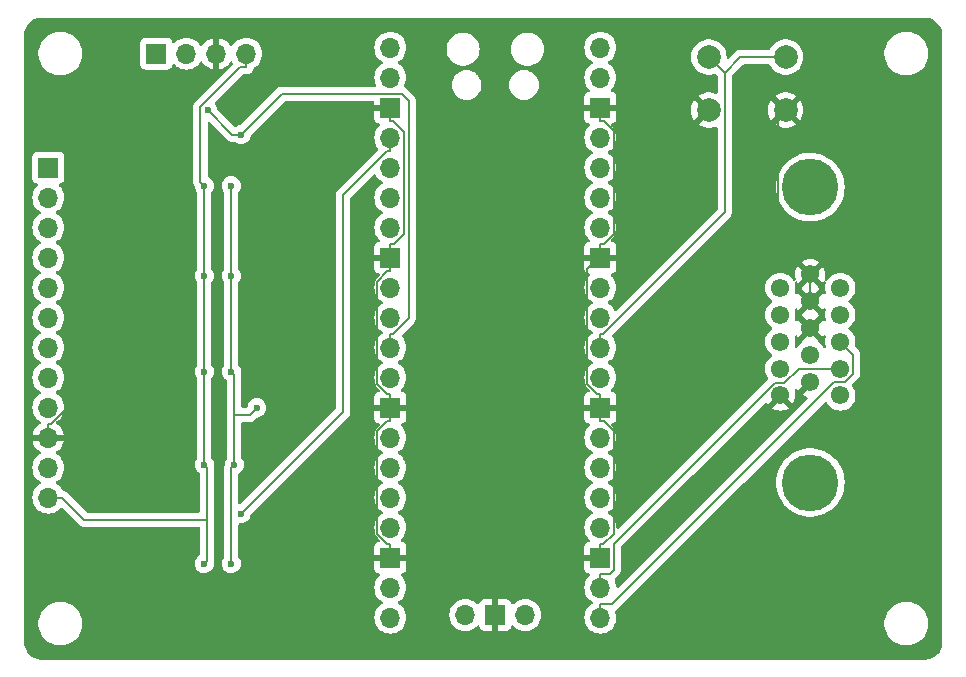
<source format=gbr>
%TF.GenerationSoftware,KiCad,Pcbnew,8.0.2*%
%TF.CreationDate,2025-03-07T16:53:29+01:00*%
%TF.ProjectId,pico-vga-devboard,7069636f-2d76-4676-912d-646576626f61,rev?*%
%TF.SameCoordinates,Original*%
%TF.FileFunction,Copper,L2,Bot*%
%TF.FilePolarity,Positive*%
%FSLAX46Y46*%
G04 Gerber Fmt 4.6, Leading zero omitted, Abs format (unit mm)*
G04 Created by KiCad (PCBNEW 8.0.2) date 2025-03-07 16:53:29*
%MOMM*%
%LPD*%
G01*
G04 APERTURE LIST*
%TA.AperFunction,ComponentPad*%
%ADD10C,1.550000*%
%TD*%
%TA.AperFunction,ComponentPad*%
%ADD11C,4.800000*%
%TD*%
%TA.AperFunction,ComponentPad*%
%ADD12O,1.700000X1.700000*%
%TD*%
%TA.AperFunction,ComponentPad*%
%ADD13R,1.700000X1.700000*%
%TD*%
%TA.AperFunction,ComponentPad*%
%ADD14C,2.000000*%
%TD*%
%TA.AperFunction,ViaPad*%
%ADD15C,0.600000*%
%TD*%
%TA.AperFunction,Conductor*%
%ADD16C,0.200000*%
%TD*%
G04 APERTURE END LIST*
D10*
%TO.P,J2,1*%
%TO.N,R*%
X109220000Y-71132000D03*
%TO.P,J2,2*%
%TO.N,G*%
X109220000Y-73412000D03*
%TO.P,J2,3*%
%TO.N,B*%
X109220000Y-75692000D03*
%TO.P,J2,4*%
%TO.N,unconnected-(J2-Pad4)*%
X109220000Y-77972000D03*
%TO.P,J2,5*%
%TO.N,GND*%
X109220000Y-80252000D03*
%TO.P,J2,6*%
X111760000Y-69992000D03*
%TO.P,J2,7*%
X111760000Y-72272000D03*
%TO.P,J2,8*%
X111760000Y-74552000D03*
%TO.P,J2,9*%
%TO.N,unconnected-(J2-Pad9)*%
X111760000Y-76832000D03*
%TO.P,J2,10*%
%TO.N,GND*%
X111760000Y-79112000D03*
%TO.P,J2,11*%
%TO.N,unconnected-(J2-Pad11)*%
X114300000Y-71132000D03*
%TO.P,J2,12*%
%TO.N,unconnected-(J2-Pad12)*%
X114300000Y-73412000D03*
%TO.P,J2,13*%
%TO.N,HSYNC*%
X114300000Y-75692000D03*
%TO.P,J2,14*%
%TO.N,VSYNC*%
X114300000Y-77972000D03*
%TO.P,J2,15*%
%TO.N,unconnected-(J2-Pad15)*%
X114300000Y-80252000D03*
D11*
%TO.P,J2,16*%
%TO.N,N/C*%
X111760000Y-87622000D03*
%TO.P,J2,17*%
X111760000Y-62622000D03*
%TD*%
D12*
%TO.P,U1,1,GPIO0*%
%TO.N,L_TX*%
X76200000Y-50800000D03*
%TO.P,U1,2,GPIO1*%
%TO.N,L_RX*%
X76200000Y-53340000D03*
D13*
%TO.P,U1,3,GND*%
%TO.N,GND*%
X76200000Y-55880000D03*
D12*
%TO.P,U1,4,GPIO2*%
%TO.N,L_LATCH*%
X76200000Y-58420000D03*
%TO.P,U1,5,GPIO3*%
%TO.N,unconnected-(U1-GPIO3-Pad5)_0*%
X76200000Y-60960000D03*
%TO.P,U1,6,GPIO4*%
%TO.N,unconnected-(U1-GPIO4-Pad6)*%
X76200000Y-63500000D03*
%TO.P,U1,7,GPIO5*%
%TO.N,unconnected-(U1-GPIO5-Pad7)_0*%
X76200000Y-66040000D03*
D13*
%TO.P,U1,8,GND*%
%TO.N,GND*%
X76200000Y-68580000D03*
D12*
%TO.P,U1,9,GPIO6*%
%TO.N,unconnected-(U1-GPIO6-Pad9)_0*%
X76200000Y-71120000D03*
%TO.P,U1,10,GPIO7*%
%TO.N,unconnected-(U1-GPIO7-Pad10)_0*%
X76200000Y-73660000D03*
%TO.P,U1,11,GPIO8*%
%TO.N,LD0*%
X76200000Y-76200000D03*
%TO.P,U1,12,GPIO9*%
%TO.N,LD1*%
X76200000Y-78740000D03*
D13*
%TO.P,U1,13,GND*%
%TO.N,GND*%
X76200000Y-81280000D03*
D12*
%TO.P,U1,14,GPIO10*%
%TO.N,LD2*%
X76200000Y-83820000D03*
%TO.P,U1,15,GPIO11*%
%TO.N,LD3*%
X76200000Y-86360000D03*
%TO.P,U1,16,GPIO12*%
%TO.N,LD4*%
X76200000Y-88900000D03*
%TO.P,U1,17,GPIO13*%
%TO.N,LD5*%
X76200000Y-91440000D03*
D13*
%TO.P,U1,18,GND*%
%TO.N,GND*%
X76200000Y-93980000D03*
D12*
%TO.P,U1,19,GPIO14*%
%TO.N,LD6*%
X76200000Y-96520000D03*
%TO.P,U1,20,GPIO15*%
%TO.N,LD7*%
X76200000Y-99060000D03*
%TO.P,U1,21,GPIO16*%
%TO.N,HSYNC*%
X93980000Y-99060000D03*
%TO.P,U1,22,GPIO17*%
%TO.N,VSYNC*%
X93980000Y-96520000D03*
D13*
%TO.P,U1,23,GND*%
%TO.N,GND*%
X93980000Y-93980000D03*
D12*
%TO.P,U1,24,GPIO18*%
%TO.N,Net-(U1-GPIO18)*%
X93980000Y-91440000D03*
%TO.P,U1,25,GPIO19*%
%TO.N,Net-(U1-GPIO19)*%
X93980000Y-88900000D03*
%TO.P,U1,26,GPIO20*%
%TO.N,Net-(U1-GPIO20)*%
X93980000Y-86360000D03*
%TO.P,U1,27,GPIO21*%
%TO.N,Net-(U1-GPIO21)*%
X93980000Y-83820000D03*
D13*
%TO.P,U1,28,GND*%
%TO.N,GND*%
X93980000Y-81280000D03*
D12*
%TO.P,U1,29,GPIO22*%
%TO.N,unconnected-(U1-GPIO22-Pad29)*%
X93980000Y-78740000D03*
%TO.P,U1,30,RUN*%
%TO.N,RUN*%
X93980000Y-76200000D03*
%TO.P,U1,31,GPIO26_ADC0*%
%TO.N,unconnected-(U1-GPIO26_ADC0-Pad31)_0*%
X93980000Y-73660000D03*
%TO.P,U1,32,GPIO27_ADC1*%
%TO.N,unconnected-(U1-GPIO27_ADC1-Pad32)*%
X93980000Y-71120000D03*
D13*
%TO.P,U1,33,AGND*%
%TO.N,GND*%
X93980000Y-68580000D03*
D12*
%TO.P,U1,34,GPIO28_ADC2*%
%TO.N,unconnected-(U1-GPIO28_ADC2-Pad34)_0*%
X93980000Y-66040000D03*
%TO.P,U1,35,ADC_VREF*%
%TO.N,unconnected-(U1-ADC_VREF-Pad35)*%
X93980000Y-63500000D03*
%TO.P,U1,36,3V3*%
%TO.N,+3V3*%
X93980000Y-60960000D03*
%TO.P,U1,37,3V3_EN*%
%TO.N,unconnected-(U1-3V3_EN-Pad37)*%
X93980000Y-58420000D03*
D13*
%TO.P,U1,38,GND*%
%TO.N,GND*%
X93980000Y-55880000D03*
D12*
%TO.P,U1,39,VSYS*%
%TO.N,unconnected-(U1-VSYS-Pad39)*%
X93980000Y-53340000D03*
%TO.P,U1,40,VBUS*%
%TO.N,+5V*%
X93980000Y-50800000D03*
%TO.P,U1,41,SWCLK*%
%TO.N,unconnected-(U1-SWCLK-Pad41)_0*%
X82550000Y-98830000D03*
D13*
%TO.P,U1,42,GND*%
%TO.N,GND*%
X85090000Y-98830000D03*
D12*
%TO.P,U1,43,SWDIO*%
%TO.N,unconnected-(U1-SWDIO-Pad43)*%
X87630000Y-98830000D03*
%TD*%
D13*
%TO.P,J3,1,Pin_1*%
%TO.N,TX*%
X56388000Y-51308000D03*
D12*
%TO.P,J3,2,Pin_2*%
%TO.N,L_TX*%
X58928000Y-51308000D03*
%TO.P,J3,3,Pin_3*%
%TO.N,GND*%
X61468000Y-51308000D03*
%TO.P,J3,4,Pin_4*%
%TO.N,+5V*%
X64008000Y-51308000D03*
%TD*%
D14*
%TO.P,SW1,1,1*%
%TO.N,RUN*%
X103176000Y-51598000D03*
X109676000Y-51598000D03*
%TO.P,SW1,2,2*%
%TO.N,GND*%
X103176000Y-56098000D03*
X109676000Y-56098000D03*
%TD*%
D13*
%TO.P,J1,1,Pin_1*%
%TO.N,D0*%
X47244000Y-60960000D03*
D12*
%TO.P,J1,2,Pin_2*%
%TO.N,D1*%
X47244000Y-63500000D03*
%TO.P,J1,3,Pin_3*%
%TO.N,D2*%
X47244000Y-66040000D03*
%TO.P,J1,4,Pin_4*%
%TO.N,D3*%
X47244000Y-68580000D03*
%TO.P,J1,5,Pin_5*%
%TO.N,D4*%
X47244000Y-71120000D03*
%TO.P,J1,6,Pin_6*%
%TO.N,D5*%
X47244000Y-73660000D03*
%TO.P,J1,7,Pin_7*%
%TO.N,D6*%
X47244000Y-76200000D03*
%TO.P,J1,8,Pin_8*%
%TO.N,D7*%
X47244000Y-78740000D03*
%TO.P,J1,9,Pin_9*%
%TO.N,LATCH*%
X47244000Y-81280000D03*
%TO.P,J1,10,Pin_10*%
%TO.N,GND*%
X47244000Y-83820000D03*
%TO.P,J1,11,Pin_11*%
%TO.N,+3V3*%
X47244000Y-86360000D03*
%TO.P,J1,12,Pin_12*%
%TO.N,+5V*%
X47244000Y-88900000D03*
%TD*%
D15*
%TO.N,+5V*%
X60452000Y-94488000D03*
X60452000Y-86106000D03*
X60452000Y-78232000D03*
X60452000Y-70104000D03*
X60452000Y-62484000D03*
%TO.N,L_LATCH*%
X63562600Y-90264000D03*
%TO.N,LD0*%
X60730700Y-56067800D03*
X63576100Y-58157000D03*
%TO.N,+3V3*%
X62738000Y-94488000D03*
X62738000Y-62484000D03*
X62738000Y-70104000D03*
X62738000Y-78232000D03*
X62992000Y-86106000D03*
X64897400Y-81288600D03*
%TD*%
D16*
%TO.N,HSYNC*%
X115402700Y-76794700D02*
X114300000Y-75692000D01*
X115402700Y-78397000D02*
X115402700Y-76794700D01*
X114687700Y-79112000D02*
X115402700Y-78397000D01*
X113799400Y-79112000D02*
X114687700Y-79112000D01*
X95001500Y-97909900D02*
X113799400Y-79112000D01*
X93980000Y-97909900D02*
X95001500Y-97909900D01*
X93980000Y-99060000D02*
X93980000Y-97909900D01*
%TO.N,VSYNC*%
X110762700Y-77972000D02*
X114300000Y-77972000D01*
X109557900Y-79176800D02*
X110762700Y-77972000D01*
X108747500Y-79176800D02*
X109557900Y-79176800D01*
X95130100Y-92794200D02*
X108747500Y-79176800D01*
X95130100Y-95010500D02*
X95130100Y-92794200D01*
X94770700Y-95369900D02*
X95130100Y-95010500D01*
X93980000Y-95369900D02*
X94770700Y-95369900D01*
X93980000Y-96520000D02*
X93980000Y-95369900D01*
%TO.N,GND*%
X94267600Y-67429900D02*
X93980000Y-67429900D01*
X95130100Y-66567400D02*
X94267600Y-67429900D01*
X95130100Y-57892700D02*
X95130100Y-66567400D01*
X94267500Y-57030100D02*
X95130100Y-57892700D01*
X93980000Y-57030100D02*
X94267500Y-57030100D01*
X93980000Y-55880000D02*
X93980000Y-57030100D01*
X93980000Y-68004900D02*
X93980000Y-68278800D01*
X93980000Y-68004900D02*
X93980000Y-67429900D01*
X109015500Y-67247500D02*
X111760000Y-69992000D01*
X109015500Y-56758500D02*
X109015500Y-67247500D01*
X109676000Y-56098000D02*
X109015500Y-56758500D01*
X111760000Y-72272000D02*
X111760000Y-69992000D01*
X93980000Y-93980000D02*
X93980000Y-92829900D01*
X94245600Y-92829900D02*
X93980000Y-92829900D01*
X95132300Y-91943200D02*
X94245600Y-92829900D01*
X95132300Y-83294900D02*
X95132300Y-91943200D01*
X94267500Y-82430100D02*
X95132300Y-83294900D01*
X93980000Y-82430100D02*
X94267500Y-82430100D01*
X93980000Y-81280000D02*
X93980000Y-82430100D01*
X93980000Y-68580000D02*
X93980000Y-68429400D01*
X93980000Y-68429400D02*
X93980000Y-68278800D01*
X93692400Y-80129900D02*
X93980000Y-80129900D01*
X92829900Y-79267400D02*
X93692400Y-80129900D01*
X92829900Y-69579500D02*
X92829900Y-79267400D01*
X93980000Y-68429400D02*
X92829900Y-69579500D01*
X93980000Y-81280000D02*
X93980000Y-80129900D01*
X76200000Y-68580000D02*
X76200000Y-69730100D01*
X76487600Y-67429900D02*
X76200000Y-67429900D01*
X77350100Y-66567400D02*
X76487600Y-67429900D01*
X77350100Y-57936400D02*
X77350100Y-66567400D01*
X76443800Y-57030100D02*
X77350100Y-57936400D01*
X76200000Y-57030100D02*
X76443800Y-57030100D01*
X76200000Y-55880000D02*
X76200000Y-57030100D01*
X76200000Y-68580000D02*
X76200000Y-67429900D01*
X75963300Y-69730100D02*
X76200000Y-69730100D01*
X75035700Y-70657700D02*
X75963300Y-69730100D01*
X75035700Y-79253100D02*
X75035700Y-70657700D01*
X75912500Y-80129900D02*
X75035700Y-79253100D01*
X76200000Y-80129900D02*
X75912500Y-80129900D01*
X76200000Y-81280000D02*
X76200000Y-80129900D01*
X75912400Y-82430100D02*
X76200000Y-82430100D01*
X75049900Y-83292600D02*
X75912400Y-82430100D01*
X75049900Y-91967300D02*
X75049900Y-83292600D01*
X75912500Y-92829900D02*
X75049900Y-91967300D01*
X76200000Y-92829900D02*
X75912500Y-92829900D01*
X76200000Y-93980000D02*
X76200000Y-92829900D01*
X76200000Y-81280000D02*
X76200000Y-82430100D01*
X47482300Y-82669900D02*
X47244000Y-82669900D01*
X48633800Y-81518400D02*
X47482300Y-82669900D01*
X48633800Y-65292300D02*
X48633800Y-81518400D01*
X61468000Y-52458100D02*
X48633800Y-65292300D01*
X61468000Y-51308000D02*
X61468000Y-52458100D01*
X47244000Y-83820000D02*
X47244000Y-82669900D01*
%TO.N,+5V*%
X60452000Y-78232000D02*
X60452000Y-86106000D01*
X60452000Y-78232000D02*
X60452000Y-70104000D01*
X60452000Y-62484000D02*
X60452000Y-70104000D01*
X64008000Y-51308000D02*
X64008000Y-52458100D01*
X60706000Y-86360000D02*
X60706000Y-90772000D01*
X60452000Y-86106000D02*
X60706000Y-86360000D01*
X60706000Y-94234000D02*
X60452000Y-94488000D01*
X60706000Y-90772000D02*
X60706000Y-94234000D01*
X50266100Y-90772000D02*
X48394100Y-88900000D01*
X60706000Y-90772000D02*
X50266100Y-90772000D01*
X47244000Y-88900000D02*
X48394100Y-88900000D01*
X60130600Y-62162600D02*
X60452000Y-62484000D01*
X60130600Y-55819300D02*
X60130600Y-62162600D01*
X63491800Y-52458100D02*
X60130600Y-55819300D01*
X64008000Y-52458100D02*
X63491800Y-52458100D01*
%TO.N,RUN*%
X93980000Y-76200000D02*
X93980000Y-75049900D01*
X105840000Y-51598000D02*
X104508000Y-52930000D01*
X109676000Y-51598000D02*
X105840000Y-51598000D01*
X103176000Y-51598000D02*
X104508000Y-52930000D01*
X94218300Y-75049900D02*
X93980000Y-75049900D01*
X104508000Y-64760200D02*
X94218300Y-75049900D01*
X104508000Y-52930000D02*
X104508000Y-64760200D01*
%TO.N,L_LATCH*%
X72191800Y-81634800D02*
X63562600Y-90264000D01*
X72191800Y-63290800D02*
X72191800Y-81634800D01*
X75912500Y-59570100D02*
X72191800Y-63290800D01*
X76200000Y-59570100D02*
X75912500Y-59570100D01*
X76200000Y-58420000D02*
X76200000Y-59570100D01*
%TO.N,LD0*%
X76200000Y-76200000D02*
X76200000Y-75049900D01*
X62819900Y-58157000D02*
X63576100Y-58157000D01*
X60730700Y-56067800D02*
X62819900Y-58157000D01*
X76438300Y-75049900D02*
X76200000Y-75049900D01*
X77767000Y-73721200D02*
X76438300Y-75049900D01*
X77767000Y-55314400D02*
X77767000Y-73721200D01*
X77182400Y-54729800D02*
X77767000Y-55314400D01*
X67003300Y-54729800D02*
X77182400Y-54729800D01*
X63576100Y-58157000D02*
X67003300Y-54729800D01*
%TO.N,+3V3*%
X62738000Y-70104000D02*
X62738000Y-62484000D01*
X62992000Y-86106000D02*
X62992000Y-81900900D01*
X62992000Y-78486000D02*
X62738000Y-78232000D01*
X62992000Y-81900900D02*
X62992000Y-78486000D01*
X64285100Y-81900900D02*
X64897400Y-81288600D01*
X62992000Y-81900900D02*
X64285100Y-81900900D01*
X62738000Y-86360000D02*
X62992000Y-86106000D01*
X62738000Y-94488000D02*
X62738000Y-86360000D01*
X62738000Y-78232000D02*
X62738000Y-70104000D01*
%TD*%
%TA.AperFunction,Conductor*%
%TO.N,GND*%
G36*
X111294075Y-79304993D02*
G01*
X111359901Y-79419007D01*
X111452993Y-79512099D01*
X111567007Y-79577925D01*
X111630588Y-79594961D01*
X111052476Y-80173074D01*
X111052477Y-80173075D01*
X111120062Y-80220398D01*
X111120064Y-80220399D01*
X111322252Y-80314681D01*
X111322263Y-80314685D01*
X111450163Y-80348956D01*
X111509823Y-80385321D01*
X111540352Y-80448168D01*
X111532057Y-80517544D01*
X111505750Y-80556412D01*
X95540304Y-96521859D01*
X95478981Y-96555344D01*
X95409289Y-96550360D01*
X95353356Y-96508488D01*
X95329096Y-96444988D01*
X95315063Y-96284592D01*
X95253903Y-96056337D01*
X95188702Y-95916515D01*
X95178211Y-95847441D01*
X95206730Y-95783657D01*
X95213405Y-95776431D01*
X95261422Y-95728414D01*
X95261429Y-95728404D01*
X95488606Y-95501228D01*
X95488611Y-95501224D01*
X95498814Y-95491020D01*
X95498816Y-95491020D01*
X95610620Y-95379216D01*
X95689677Y-95242284D01*
X95723028Y-95117816D01*
X95730600Y-95089558D01*
X95730600Y-94931443D01*
X95730600Y-93094297D01*
X95750285Y-93027258D01*
X95766919Y-93006616D01*
X101821570Y-86951965D01*
X107913239Y-80860296D01*
X107974558Y-80826814D01*
X108044250Y-80831798D01*
X108100183Y-80873670D01*
X108108463Y-80887503D01*
X108108897Y-80887253D01*
X108111601Y-80891937D01*
X108158923Y-80959521D01*
X108158924Y-80959522D01*
X108737037Y-80381408D01*
X108754075Y-80444993D01*
X108819901Y-80559007D01*
X108912993Y-80652099D01*
X109027007Y-80717925D01*
X109090590Y-80734962D01*
X108512476Y-81313074D01*
X108512477Y-81313075D01*
X108580062Y-81360398D01*
X108580064Y-81360399D01*
X108782252Y-81454681D01*
X108782263Y-81454685D01*
X108997751Y-81512425D01*
X108997758Y-81512426D01*
X109219998Y-81531870D01*
X109220002Y-81531870D01*
X109442241Y-81512426D01*
X109442248Y-81512425D01*
X109657736Y-81454685D01*
X109657747Y-81454681D01*
X109859931Y-81360401D01*
X109859933Y-81360400D01*
X109927522Y-81313074D01*
X109349409Y-80734962D01*
X109412993Y-80717925D01*
X109527007Y-80652099D01*
X109620099Y-80559007D01*
X109685925Y-80444993D01*
X109702962Y-80381410D01*
X110281074Y-80959522D01*
X110328400Y-80891933D01*
X110328401Y-80891931D01*
X110422681Y-80689747D01*
X110422685Y-80689736D01*
X110480425Y-80474248D01*
X110480426Y-80474241D01*
X110499870Y-80252001D01*
X110499870Y-80251998D01*
X110480426Y-80029758D01*
X110480425Y-80029750D01*
X110435744Y-79862999D01*
X110437407Y-79793149D01*
X110476569Y-79735286D01*
X110540798Y-79707782D01*
X110609700Y-79719368D01*
X110657094Y-79759782D01*
X110698923Y-79819521D01*
X110698924Y-79819522D01*
X111277037Y-79241409D01*
X111294075Y-79304993D01*
G37*
%TD.AperFunction*%
%TA.AperFunction,Conductor*%
G36*
X112821074Y-75259522D02*
G01*
X112862067Y-75200979D01*
X112916644Y-75157354D01*
X112986142Y-75150160D01*
X113048497Y-75181683D01*
X113083911Y-75241913D01*
X113083417Y-75304195D01*
X113039081Y-75469660D01*
X113039079Y-75469670D01*
X113019628Y-75691999D01*
X113019628Y-75692000D01*
X113039079Y-75914329D01*
X113039081Y-75914339D01*
X113083038Y-76078391D01*
X113081375Y-76148241D01*
X113042212Y-76206103D01*
X112977983Y-76233607D01*
X112909081Y-76222020D01*
X112861689Y-76181609D01*
X112740822Y-76008993D01*
X112583007Y-75851178D01*
X112500305Y-75793269D01*
X112500304Y-75793268D01*
X112456679Y-75738691D01*
X112449487Y-75669193D01*
X112465359Y-75637795D01*
X112467522Y-75613074D01*
X111889409Y-75034962D01*
X111952993Y-75017925D01*
X112067007Y-74952099D01*
X112160099Y-74859007D01*
X112225925Y-74744993D01*
X112242962Y-74681409D01*
X112821074Y-75259522D01*
G37*
%TD.AperFunction*%
%TA.AperFunction,Conductor*%
G36*
X111294075Y-74744993D02*
G01*
X111359901Y-74859007D01*
X111452993Y-74952099D01*
X111567007Y-75017925D01*
X111630590Y-75034962D01*
X111052476Y-75613074D01*
X111054251Y-75633353D01*
X111063319Y-75644698D01*
X111070511Y-75714197D01*
X111038988Y-75776551D01*
X111019695Y-75793269D01*
X110936989Y-75851181D01*
X110779178Y-76008992D01*
X110658310Y-76181608D01*
X110603733Y-76225233D01*
X110534235Y-76232425D01*
X110471880Y-76200902D01*
X110436467Y-76140672D01*
X110436961Y-76078390D01*
X110440906Y-76063670D01*
X110480920Y-75914334D01*
X110500372Y-75692000D01*
X110480920Y-75469666D01*
X110436582Y-75304193D01*
X110438245Y-75234347D01*
X110477407Y-75176484D01*
X110541636Y-75148980D01*
X110610538Y-75160566D01*
X110657932Y-75200979D01*
X110698924Y-75259521D01*
X111277037Y-74681409D01*
X111294075Y-74744993D01*
G37*
%TD.AperFunction*%
%TA.AperFunction,Conductor*%
G36*
X111294075Y-72464993D02*
G01*
X111359901Y-72579007D01*
X111452993Y-72672099D01*
X111567007Y-72737925D01*
X111630590Y-72754962D01*
X111052476Y-73333074D01*
X111054227Y-73353086D01*
X111063753Y-73365003D01*
X111070945Y-73434502D01*
X111054581Y-73466869D01*
X111052476Y-73490923D01*
X111630590Y-74069037D01*
X111567007Y-74086075D01*
X111452993Y-74151901D01*
X111359901Y-74244993D01*
X111294075Y-74359007D01*
X111277037Y-74422590D01*
X110698923Y-73844476D01*
X110657933Y-73903019D01*
X110603356Y-73946645D01*
X110533858Y-73953839D01*
X110471503Y-73922317D01*
X110436088Y-73862087D01*
X110436581Y-73799806D01*
X110480920Y-73634334D01*
X110500372Y-73412000D01*
X110480920Y-73189666D01*
X110436582Y-73024193D01*
X110438245Y-72954347D01*
X110477407Y-72896484D01*
X110541636Y-72868980D01*
X110610538Y-72880566D01*
X110657932Y-72920979D01*
X110698924Y-72979521D01*
X111277037Y-72401409D01*
X111294075Y-72464993D01*
G37*
%TD.AperFunction*%
%TA.AperFunction,Conductor*%
G36*
X112821074Y-72979522D02*
G01*
X112862067Y-72920979D01*
X112916644Y-72877354D01*
X112986142Y-72870160D01*
X113048497Y-72901683D01*
X113083911Y-72961913D01*
X113083417Y-73024195D01*
X113039081Y-73189660D01*
X113039079Y-73189670D01*
X113019628Y-73411999D01*
X113019628Y-73412000D01*
X113039079Y-73634329D01*
X113039081Y-73634339D01*
X113083417Y-73799803D01*
X113081754Y-73869653D01*
X113042591Y-73927515D01*
X112978363Y-73955019D01*
X112909461Y-73943432D01*
X112862067Y-73903020D01*
X112821074Y-73844477D01*
X112821074Y-73844476D01*
X112242962Y-74422589D01*
X112225925Y-74359007D01*
X112160099Y-74244993D01*
X112067007Y-74151901D01*
X111952993Y-74086075D01*
X111889410Y-74069037D01*
X112467522Y-73490924D01*
X112465771Y-73470914D01*
X112456245Y-73458997D01*
X112449051Y-73389499D01*
X112465418Y-73357122D01*
X112467522Y-73333074D01*
X111889409Y-72754962D01*
X111952993Y-72737925D01*
X112067007Y-72672099D01*
X112160099Y-72579007D01*
X112225925Y-72464993D01*
X112242962Y-72401409D01*
X112821074Y-72979522D01*
G37*
%TD.AperFunction*%
%TA.AperFunction,Conductor*%
G36*
X111294075Y-70184993D02*
G01*
X111359901Y-70299007D01*
X111452993Y-70392099D01*
X111567007Y-70457925D01*
X111630590Y-70474962D01*
X111052476Y-71053074D01*
X111054227Y-71073086D01*
X111063753Y-71085003D01*
X111070945Y-71154502D01*
X111054581Y-71186869D01*
X111052476Y-71210923D01*
X111630590Y-71789037D01*
X111567007Y-71806075D01*
X111452993Y-71871901D01*
X111359901Y-71964993D01*
X111294075Y-72079007D01*
X111277037Y-72142590D01*
X110698923Y-71564476D01*
X110657933Y-71623019D01*
X110603356Y-71666645D01*
X110533858Y-71673839D01*
X110471503Y-71642317D01*
X110436088Y-71582087D01*
X110436581Y-71519806D01*
X110480920Y-71354334D01*
X110500372Y-71132000D01*
X110480920Y-70909666D01*
X110436582Y-70744193D01*
X110438245Y-70674347D01*
X110477407Y-70616484D01*
X110541636Y-70588980D01*
X110610538Y-70600566D01*
X110657932Y-70640979D01*
X110698924Y-70699521D01*
X111277037Y-70121409D01*
X111294075Y-70184993D01*
G37*
%TD.AperFunction*%
%TA.AperFunction,Conductor*%
G36*
X112821074Y-70699522D02*
G01*
X112862067Y-70640979D01*
X112916644Y-70597354D01*
X112986142Y-70590160D01*
X113048497Y-70621683D01*
X113083911Y-70681913D01*
X113083417Y-70744195D01*
X113039081Y-70909660D01*
X113039079Y-70909670D01*
X113019628Y-71131999D01*
X113019628Y-71132000D01*
X113039079Y-71354329D01*
X113039081Y-71354339D01*
X113083417Y-71519803D01*
X113081754Y-71589653D01*
X113042591Y-71647515D01*
X112978363Y-71675019D01*
X112909461Y-71663432D01*
X112862067Y-71623020D01*
X112821074Y-71564477D01*
X112821074Y-71564476D01*
X112242962Y-72142589D01*
X112225925Y-72079007D01*
X112160099Y-71964993D01*
X112067007Y-71871901D01*
X111952993Y-71806075D01*
X111889410Y-71789037D01*
X112467522Y-71210924D01*
X112465771Y-71190914D01*
X112456245Y-71178997D01*
X112449051Y-71109499D01*
X112465418Y-71077122D01*
X112467522Y-71053074D01*
X111889409Y-70474962D01*
X111952993Y-70457925D01*
X112067007Y-70392099D01*
X112160099Y-70299007D01*
X112225925Y-70184993D01*
X112242962Y-70121409D01*
X112821074Y-70699522D01*
G37*
%TD.AperFunction*%
%TA.AperFunction,Conductor*%
G36*
X121448418Y-48252816D02*
G01*
X121648561Y-48267130D01*
X121666063Y-48269647D01*
X121857797Y-48311355D01*
X121874755Y-48316334D01*
X122058609Y-48384909D01*
X122074701Y-48392259D01*
X122246904Y-48486288D01*
X122261784Y-48495849D01*
X122418867Y-48613441D01*
X122432237Y-48625027D01*
X122570972Y-48763762D01*
X122582558Y-48777132D01*
X122700146Y-48934210D01*
X122709711Y-48949095D01*
X122803740Y-49121298D01*
X122811090Y-49137390D01*
X122879662Y-49321236D01*
X122884646Y-49338212D01*
X122926351Y-49529931D01*
X122928869Y-49547442D01*
X122943184Y-49747580D01*
X122943500Y-49756427D01*
X122943500Y-101119572D01*
X122943184Y-101128419D01*
X122928869Y-101328557D01*
X122926351Y-101346068D01*
X122884646Y-101537787D01*
X122879662Y-101554763D01*
X122811090Y-101738609D01*
X122803740Y-101754701D01*
X122709711Y-101926904D01*
X122700146Y-101941789D01*
X122582558Y-102098867D01*
X122570972Y-102112237D01*
X122432237Y-102250972D01*
X122418867Y-102262558D01*
X122261789Y-102380146D01*
X122246904Y-102389711D01*
X122074701Y-102483740D01*
X122058609Y-102491090D01*
X121874763Y-102559662D01*
X121857787Y-102564646D01*
X121666068Y-102606351D01*
X121648557Y-102608869D01*
X121467779Y-102621799D01*
X121448417Y-102623184D01*
X121439572Y-102623500D01*
X46708428Y-102623500D01*
X46699582Y-102623184D01*
X46677622Y-102621613D01*
X46499442Y-102608869D01*
X46481931Y-102606351D01*
X46290212Y-102564646D01*
X46273236Y-102559662D01*
X46089390Y-102491090D01*
X46073298Y-102483740D01*
X45901095Y-102389711D01*
X45886210Y-102380146D01*
X45729132Y-102262558D01*
X45715762Y-102250972D01*
X45577027Y-102112237D01*
X45565441Y-102098867D01*
X45447849Y-101941784D01*
X45438288Y-101926904D01*
X45344259Y-101754701D01*
X45336909Y-101738609D01*
X45276091Y-101575551D01*
X45268334Y-101554755D01*
X45263355Y-101537797D01*
X45221647Y-101346063D01*
X45219130Y-101328556D01*
X45204816Y-101128418D01*
X45204500Y-101119572D01*
X45204500Y-99446711D01*
X46409500Y-99446711D01*
X46409500Y-99689288D01*
X46441161Y-99929785D01*
X46503947Y-100164104D01*
X46596773Y-100388205D01*
X46596777Y-100388214D01*
X46618974Y-100426661D01*
X46718064Y-100598289D01*
X46718066Y-100598292D01*
X46718067Y-100598293D01*
X46865733Y-100790736D01*
X46865739Y-100790743D01*
X47037256Y-100962260D01*
X47037262Y-100962265D01*
X47229711Y-101109936D01*
X47439788Y-101231224D01*
X47663900Y-101324054D01*
X47898211Y-101386838D01*
X48078586Y-101410584D01*
X48138711Y-101418500D01*
X48138712Y-101418500D01*
X48381289Y-101418500D01*
X48429388Y-101412167D01*
X48621789Y-101386838D01*
X48856100Y-101324054D01*
X49080212Y-101231224D01*
X49290289Y-101109936D01*
X49482738Y-100962265D01*
X49654265Y-100790738D01*
X49801936Y-100598289D01*
X49923224Y-100388212D01*
X50016054Y-100164100D01*
X50078838Y-99929789D01*
X50110500Y-99689288D01*
X50110500Y-99446712D01*
X50078838Y-99206211D01*
X50016054Y-98971900D01*
X49923224Y-98747788D01*
X49801936Y-98537711D01*
X49670442Y-98366344D01*
X49654266Y-98345263D01*
X49654260Y-98345256D01*
X49482743Y-98173739D01*
X49482736Y-98173733D01*
X49290293Y-98026067D01*
X49290292Y-98026066D01*
X49290289Y-98026064D01*
X49080212Y-97904776D01*
X49048342Y-97891575D01*
X48856104Y-97811947D01*
X48621785Y-97749161D01*
X48381289Y-97717500D01*
X48381288Y-97717500D01*
X48138712Y-97717500D01*
X48138711Y-97717500D01*
X47898214Y-97749161D01*
X47663895Y-97811947D01*
X47439794Y-97904773D01*
X47439785Y-97904777D01*
X47257851Y-98009817D01*
X47237608Y-98021505D01*
X47229706Y-98026067D01*
X47037263Y-98173733D01*
X47037256Y-98173739D01*
X46865739Y-98345256D01*
X46865733Y-98345263D01*
X46718067Y-98537706D01*
X46596777Y-98747785D01*
X46596773Y-98747794D01*
X46503947Y-98971895D01*
X46441161Y-99206214D01*
X46409500Y-99446711D01*
X45204500Y-99446711D01*
X45204500Y-63499999D01*
X45888341Y-63499999D01*
X45888341Y-63500000D01*
X45908936Y-63735403D01*
X45908938Y-63735413D01*
X45970094Y-63963655D01*
X45970096Y-63963659D01*
X45970097Y-63963663D01*
X46069965Y-64177830D01*
X46069967Y-64177834D01*
X46205501Y-64371395D01*
X46205506Y-64371402D01*
X46372597Y-64538493D01*
X46372603Y-64538498D01*
X46558158Y-64668425D01*
X46601783Y-64723002D01*
X46608977Y-64792500D01*
X46577454Y-64854855D01*
X46558158Y-64871575D01*
X46372597Y-65001505D01*
X46205505Y-65168597D01*
X46069965Y-65362169D01*
X46069964Y-65362171D01*
X45970098Y-65576335D01*
X45970094Y-65576344D01*
X45908938Y-65804586D01*
X45908936Y-65804596D01*
X45888341Y-66039999D01*
X45888341Y-66040000D01*
X45908936Y-66275403D01*
X45908938Y-66275413D01*
X45970094Y-66503655D01*
X45970096Y-66503659D01*
X45970097Y-66503663D01*
X46069965Y-66717830D01*
X46069967Y-66717834D01*
X46178281Y-66872521D01*
X46205501Y-66911396D01*
X46205506Y-66911402D01*
X46372597Y-67078493D01*
X46372603Y-67078498D01*
X46558158Y-67208425D01*
X46601783Y-67263002D01*
X46608977Y-67332500D01*
X46577454Y-67394855D01*
X46558158Y-67411575D01*
X46372597Y-67541505D01*
X46205505Y-67708597D01*
X46069965Y-67902169D01*
X46069964Y-67902171D01*
X45970098Y-68116335D01*
X45970094Y-68116344D01*
X45908938Y-68344586D01*
X45908936Y-68344596D01*
X45888341Y-68579999D01*
X45888341Y-68580000D01*
X45908936Y-68815403D01*
X45908938Y-68815413D01*
X45970094Y-69043655D01*
X45970096Y-69043659D01*
X45970097Y-69043663D01*
X46069965Y-69257830D01*
X46069967Y-69257834D01*
X46205501Y-69451395D01*
X46205506Y-69451402D01*
X46372597Y-69618493D01*
X46372603Y-69618498D01*
X46558158Y-69748425D01*
X46601783Y-69803002D01*
X46608977Y-69872500D01*
X46577454Y-69934855D01*
X46558158Y-69951575D01*
X46372597Y-70081505D01*
X46205505Y-70248597D01*
X46069965Y-70442169D01*
X46069964Y-70442171D01*
X45970098Y-70656335D01*
X45970094Y-70656344D01*
X45908938Y-70884586D01*
X45908936Y-70884596D01*
X45888341Y-71119999D01*
X45888341Y-71120000D01*
X45908936Y-71355403D01*
X45908938Y-71355413D01*
X45970094Y-71583655D01*
X45970096Y-71583659D01*
X45970097Y-71583663D01*
X46038511Y-71730376D01*
X46069965Y-71797830D01*
X46069967Y-71797834D01*
X46205501Y-71991395D01*
X46205506Y-71991402D01*
X46372597Y-72158493D01*
X46372603Y-72158498D01*
X46558158Y-72288425D01*
X46601783Y-72343002D01*
X46608977Y-72412500D01*
X46577454Y-72474855D01*
X46558158Y-72491575D01*
X46372597Y-72621505D01*
X46205505Y-72788597D01*
X46069965Y-72982169D01*
X46069964Y-72982171D01*
X45970098Y-73196335D01*
X45970094Y-73196344D01*
X45908938Y-73424586D01*
X45908936Y-73424596D01*
X45888341Y-73659999D01*
X45888341Y-73660000D01*
X45908936Y-73895403D01*
X45908938Y-73895413D01*
X45970094Y-74123655D01*
X45970096Y-74123659D01*
X45970097Y-74123663D01*
X46066196Y-74329747D01*
X46069965Y-74337830D01*
X46069967Y-74337834D01*
X46205501Y-74531395D01*
X46205506Y-74531402D01*
X46372597Y-74698493D01*
X46372603Y-74698498D01*
X46558158Y-74828425D01*
X46601783Y-74883002D01*
X46608977Y-74952500D01*
X46577454Y-75014855D01*
X46558158Y-75031575D01*
X46372597Y-75161505D01*
X46205505Y-75328597D01*
X46069965Y-75522169D01*
X46069964Y-75522171D01*
X45970098Y-75736335D01*
X45970094Y-75736344D01*
X45908938Y-75964586D01*
X45908936Y-75964596D01*
X45888341Y-76199999D01*
X45888341Y-76200000D01*
X45908936Y-76435403D01*
X45908938Y-76435413D01*
X45970094Y-76663655D01*
X45970096Y-76663659D01*
X45970097Y-76663663D01*
X46063127Y-76863165D01*
X46069965Y-76877830D01*
X46069967Y-76877834D01*
X46205501Y-77071395D01*
X46205506Y-77071402D01*
X46372597Y-77238493D01*
X46372603Y-77238498D01*
X46558158Y-77368425D01*
X46601783Y-77423002D01*
X46608977Y-77492500D01*
X46577454Y-77554855D01*
X46558158Y-77571575D01*
X46372597Y-77701505D01*
X46205505Y-77868597D01*
X46069965Y-78062169D01*
X46069964Y-78062171D01*
X45970098Y-78276335D01*
X45970094Y-78276344D01*
X45908938Y-78504586D01*
X45908936Y-78504596D01*
X45888341Y-78739999D01*
X45888341Y-78740000D01*
X45908936Y-78975403D01*
X45908938Y-78975413D01*
X45970094Y-79203655D01*
X45970096Y-79203659D01*
X45970097Y-79203663D01*
X46060976Y-79398553D01*
X46069965Y-79417830D01*
X46069967Y-79417834D01*
X46135973Y-79512099D01*
X46205501Y-79611396D01*
X46205506Y-79611402D01*
X46372597Y-79778493D01*
X46372603Y-79778498D01*
X46558158Y-79908425D01*
X46601783Y-79963002D01*
X46608977Y-80032500D01*
X46577454Y-80094855D01*
X46558158Y-80111575D01*
X46372597Y-80241505D01*
X46205505Y-80408597D01*
X46069965Y-80602169D01*
X46069964Y-80602171D01*
X45970098Y-80816335D01*
X45970094Y-80816344D01*
X45908938Y-81044586D01*
X45908936Y-81044596D01*
X45888341Y-81279999D01*
X45888341Y-81280000D01*
X45908936Y-81515403D01*
X45908938Y-81515413D01*
X45970094Y-81743655D01*
X45970096Y-81743659D01*
X45970097Y-81743663D01*
X46051586Y-81918416D01*
X46069965Y-81957830D01*
X46069967Y-81957834D01*
X46178281Y-82112521D01*
X46205505Y-82151401D01*
X46372599Y-82318495D01*
X46534042Y-82431539D01*
X46558594Y-82448730D01*
X46602219Y-82503307D01*
X46609413Y-82572805D01*
X46577890Y-82635160D01*
X46558595Y-82651880D01*
X46372922Y-82781890D01*
X46372920Y-82781891D01*
X46205891Y-82948920D01*
X46205886Y-82948926D01*
X46070400Y-83142420D01*
X46070399Y-83142422D01*
X45970570Y-83356507D01*
X45970567Y-83356513D01*
X45913364Y-83569999D01*
X45913364Y-83570000D01*
X46810988Y-83570000D01*
X46778075Y-83627007D01*
X46744000Y-83754174D01*
X46744000Y-83885826D01*
X46778075Y-84012993D01*
X46810988Y-84070000D01*
X45913364Y-84070000D01*
X45970567Y-84283486D01*
X45970570Y-84283492D01*
X46070399Y-84497578D01*
X46205894Y-84691082D01*
X46372917Y-84858105D01*
X46558595Y-84988119D01*
X46602219Y-85042696D01*
X46609412Y-85112195D01*
X46577890Y-85174549D01*
X46558595Y-85191269D01*
X46372594Y-85321508D01*
X46205505Y-85488597D01*
X46069965Y-85682169D01*
X46069964Y-85682171D01*
X45970098Y-85896335D01*
X45970094Y-85896344D01*
X45908938Y-86124586D01*
X45908936Y-86124596D01*
X45888341Y-86359999D01*
X45888341Y-86360000D01*
X45908936Y-86595403D01*
X45908938Y-86595413D01*
X45970094Y-86823655D01*
X45970096Y-86823659D01*
X45970097Y-86823663D01*
X46069965Y-87037830D01*
X46069967Y-87037834D01*
X46205501Y-87231395D01*
X46205506Y-87231402D01*
X46372597Y-87398493D01*
X46372603Y-87398498D01*
X46558158Y-87528425D01*
X46601783Y-87583002D01*
X46608977Y-87652500D01*
X46577454Y-87714855D01*
X46558158Y-87731575D01*
X46372597Y-87861505D01*
X46205505Y-88028597D01*
X46069965Y-88222169D01*
X46069964Y-88222171D01*
X45970098Y-88436335D01*
X45970094Y-88436344D01*
X45908938Y-88664586D01*
X45908936Y-88664596D01*
X45888341Y-88899999D01*
X45888341Y-88900000D01*
X45908936Y-89135403D01*
X45908938Y-89135413D01*
X45970094Y-89363655D01*
X45970096Y-89363659D01*
X45970097Y-89363663D01*
X46028806Y-89489565D01*
X46069965Y-89577830D01*
X46069967Y-89577834D01*
X46178281Y-89732521D01*
X46205505Y-89771401D01*
X46372599Y-89938495D01*
X46469384Y-90006265D01*
X46566165Y-90074032D01*
X46566167Y-90074033D01*
X46566170Y-90074035D01*
X46780337Y-90173903D01*
X47008592Y-90235063D01*
X47196918Y-90251539D01*
X47243999Y-90255659D01*
X47244000Y-90255659D01*
X47244001Y-90255659D01*
X47283234Y-90252226D01*
X47479408Y-90235063D01*
X47707663Y-90173903D01*
X47921830Y-90074035D01*
X48115401Y-89938495D01*
X48261702Y-89792193D01*
X48323022Y-89758711D01*
X48392713Y-89763695D01*
X48437060Y-89792195D01*
X49897384Y-91252520D01*
X50034315Y-91331577D01*
X50187043Y-91372501D01*
X50187046Y-91372501D01*
X50352754Y-91372501D01*
X50352770Y-91372500D01*
X59981500Y-91372500D01*
X60048539Y-91392185D01*
X60094294Y-91444989D01*
X60105500Y-91496500D01*
X60105500Y-93691779D01*
X60085815Y-93758818D01*
X60047473Y-93796772D01*
X59949739Y-93858182D01*
X59822184Y-93985737D01*
X59726211Y-94138476D01*
X59666631Y-94308745D01*
X59666630Y-94308750D01*
X59646435Y-94487996D01*
X59646435Y-94488003D01*
X59666630Y-94667249D01*
X59666631Y-94667254D01*
X59726211Y-94837523D01*
X59788951Y-94937372D01*
X59822184Y-94990262D01*
X59949738Y-95117816D01*
X60102478Y-95213789D01*
X60194809Y-95246097D01*
X60272745Y-95273368D01*
X60272750Y-95273369D01*
X60451996Y-95293565D01*
X60452000Y-95293565D01*
X60452004Y-95293565D01*
X60631249Y-95273369D01*
X60631252Y-95273368D01*
X60631255Y-95273368D01*
X60801522Y-95213789D01*
X60954262Y-95117816D01*
X61081816Y-94990262D01*
X61177789Y-94837522D01*
X61237368Y-94667255D01*
X61256049Y-94501447D01*
X61264713Y-94467868D01*
X61265572Y-94465793D01*
X61265577Y-94465785D01*
X61306500Y-94313058D01*
X61306500Y-94154943D01*
X61306500Y-90692943D01*
X61306500Y-86280943D01*
X61301644Y-86262818D01*
X61265577Y-86128215D01*
X61265573Y-86128208D01*
X61264710Y-86126123D01*
X61256049Y-86092548D01*
X61237369Y-85926750D01*
X61237368Y-85926745D01*
X61177788Y-85756476D01*
X61131099Y-85682171D01*
X61081816Y-85603738D01*
X61081814Y-85603736D01*
X61081813Y-85603734D01*
X61079550Y-85600896D01*
X61078659Y-85598715D01*
X61078111Y-85597842D01*
X61078264Y-85597745D01*
X61053144Y-85536209D01*
X61052500Y-85523587D01*
X61052500Y-78814412D01*
X61072185Y-78747373D01*
X61079555Y-78737097D01*
X61081810Y-78734267D01*
X61081816Y-78734262D01*
X61177789Y-78581522D01*
X61237368Y-78411255D01*
X61237519Y-78409914D01*
X61257565Y-78232003D01*
X61257565Y-78231996D01*
X61237369Y-78052750D01*
X61237368Y-78052745D01*
X61177788Y-77882476D01*
X61094340Y-77749670D01*
X61081816Y-77729738D01*
X61081814Y-77729736D01*
X61081813Y-77729734D01*
X61079550Y-77726896D01*
X61078659Y-77724715D01*
X61078111Y-77723842D01*
X61078264Y-77723745D01*
X61053144Y-77662209D01*
X61052500Y-77649587D01*
X61052500Y-70686412D01*
X61072185Y-70619373D01*
X61079555Y-70609097D01*
X61081810Y-70606267D01*
X61081816Y-70606262D01*
X61177789Y-70453522D01*
X61237368Y-70283255D01*
X61245144Y-70214241D01*
X61257565Y-70104003D01*
X61257565Y-70103996D01*
X61237369Y-69924750D01*
X61237368Y-69924745D01*
X61227659Y-69896998D01*
X61177789Y-69754478D01*
X61081816Y-69601738D01*
X61081814Y-69601736D01*
X61081813Y-69601734D01*
X61079550Y-69598896D01*
X61078659Y-69596715D01*
X61078111Y-69595842D01*
X61078264Y-69595745D01*
X61053144Y-69534209D01*
X61052500Y-69521587D01*
X61052500Y-63066412D01*
X61072185Y-62999373D01*
X61079555Y-62989097D01*
X61081810Y-62986267D01*
X61081816Y-62986262D01*
X61177789Y-62833522D01*
X61237368Y-62663255D01*
X61242016Y-62622003D01*
X61257565Y-62484003D01*
X61257565Y-62483996D01*
X61237369Y-62304750D01*
X61237368Y-62304745D01*
X61227659Y-62276998D01*
X61177789Y-62134478D01*
X61081816Y-61981738D01*
X60954262Y-61854184D01*
X60917994Y-61831395D01*
X60801523Y-61758211D01*
X60801302Y-61758105D01*
X60801183Y-61757998D01*
X60795626Y-61754506D01*
X60796237Y-61753532D01*
X60749441Y-61711284D01*
X60731100Y-61646383D01*
X60731100Y-57216797D01*
X60750785Y-57149758D01*
X60803589Y-57104003D01*
X60872747Y-57094059D01*
X60936303Y-57123084D01*
X60942781Y-57129116D01*
X62335039Y-58521374D01*
X62335049Y-58521385D01*
X62339379Y-58525715D01*
X62339380Y-58525716D01*
X62451184Y-58637520D01*
X62537995Y-58687639D01*
X62537997Y-58687641D01*
X62576051Y-58709611D01*
X62588115Y-58716577D01*
X62740843Y-58757501D01*
X62740846Y-58757501D01*
X62906553Y-58757501D01*
X62906569Y-58757500D01*
X62993688Y-58757500D01*
X63060727Y-58777185D01*
X63071003Y-58784555D01*
X63073836Y-58786814D01*
X63073838Y-58786816D01*
X63226578Y-58882789D01*
X63229079Y-58883664D01*
X63396845Y-58942368D01*
X63396850Y-58942369D01*
X63576096Y-58962565D01*
X63576100Y-58962565D01*
X63576104Y-58962565D01*
X63755349Y-58942369D01*
X63755352Y-58942368D01*
X63755355Y-58942368D01*
X63925622Y-58882789D01*
X64078362Y-58786816D01*
X64205916Y-58659262D01*
X64301889Y-58506522D01*
X64361468Y-58336255D01*
X64371261Y-58249329D01*
X64398326Y-58184918D01*
X64406790Y-58175543D01*
X67215717Y-55366619D01*
X67277040Y-55333134D01*
X67303398Y-55330300D01*
X74726000Y-55330300D01*
X74793039Y-55349985D01*
X74838794Y-55402789D01*
X74850000Y-55454300D01*
X74850000Y-55630000D01*
X75755440Y-55630000D01*
X75724755Y-55683147D01*
X75690000Y-55812857D01*
X75690000Y-55947143D01*
X75724755Y-56076853D01*
X75755440Y-56130000D01*
X74850000Y-56130000D01*
X74850000Y-56777844D01*
X74856401Y-56837372D01*
X74856403Y-56837379D01*
X74906645Y-56972086D01*
X74906649Y-56972093D01*
X74992809Y-57087187D01*
X74992812Y-57087190D01*
X75107906Y-57173350D01*
X75107913Y-57173354D01*
X75239470Y-57222421D01*
X75295403Y-57264292D01*
X75319821Y-57329756D01*
X75304970Y-57398029D01*
X75283819Y-57426284D01*
X75161503Y-57548600D01*
X75025965Y-57742169D01*
X75025964Y-57742171D01*
X74926098Y-57956335D01*
X74926094Y-57956344D01*
X74864938Y-58184586D01*
X74864936Y-58184596D01*
X74844341Y-58419999D01*
X74844341Y-58420000D01*
X74864936Y-58655403D01*
X74864938Y-58655413D01*
X74926094Y-58883655D01*
X74926096Y-58883659D01*
X74926097Y-58883663D01*
X74962890Y-58962565D01*
X75025965Y-59097830D01*
X75025967Y-59097834D01*
X75161501Y-59291395D01*
X75161506Y-59291402D01*
X75164053Y-59293949D01*
X75164815Y-59295345D01*
X75164982Y-59295544D01*
X75164942Y-59295577D01*
X75197538Y-59355272D01*
X75192554Y-59424964D01*
X75164053Y-59469311D01*
X71711281Y-62922082D01*
X71711280Y-62922084D01*
X71674227Y-62986262D01*
X71632223Y-63059015D01*
X71591299Y-63211743D01*
X71591299Y-63211745D01*
X71591299Y-63379846D01*
X71591300Y-63379859D01*
X71591300Y-81334702D01*
X71571615Y-81401741D01*
X71554981Y-81422383D01*
X63550181Y-89427183D01*
X63488858Y-89460668D01*
X63419166Y-89455684D01*
X63363233Y-89413812D01*
X63338816Y-89348348D01*
X63338500Y-89339502D01*
X63338500Y-86902220D01*
X63358185Y-86835181D01*
X63396526Y-86797227D01*
X63494262Y-86735816D01*
X63621816Y-86608262D01*
X63717789Y-86455522D01*
X63777368Y-86285255D01*
X63795470Y-86124596D01*
X63797565Y-86106003D01*
X63797565Y-86105996D01*
X63777369Y-85926750D01*
X63777368Y-85926745D01*
X63717788Y-85756476D01*
X63671099Y-85682171D01*
X63621816Y-85603738D01*
X63621814Y-85603736D01*
X63621813Y-85603734D01*
X63619550Y-85600896D01*
X63618659Y-85598715D01*
X63618111Y-85597842D01*
X63618264Y-85597745D01*
X63593144Y-85536209D01*
X63592500Y-85523587D01*
X63592500Y-82625400D01*
X63612185Y-82558361D01*
X63664989Y-82512606D01*
X63716500Y-82501400D01*
X64198431Y-82501400D01*
X64198447Y-82501401D01*
X64206043Y-82501401D01*
X64364154Y-82501401D01*
X64364157Y-82501401D01*
X64516885Y-82460477D01*
X64567004Y-82431539D01*
X64653816Y-82381420D01*
X64765620Y-82269616D01*
X64765620Y-82269614D01*
X64775828Y-82259407D01*
X64775830Y-82259404D01*
X64915935Y-82119298D01*
X64977256Y-82085815D01*
X64989711Y-82083763D01*
X65076655Y-82073968D01*
X65246922Y-82014389D01*
X65399662Y-81918416D01*
X65527216Y-81790862D01*
X65623189Y-81638122D01*
X65682768Y-81467855D01*
X65684252Y-81454685D01*
X65702965Y-81288603D01*
X65702965Y-81288596D01*
X65682769Y-81109350D01*
X65682768Y-81109345D01*
X65632908Y-80966853D01*
X65623189Y-80939078D01*
X65527216Y-80786338D01*
X65399662Y-80658784D01*
X65389023Y-80652099D01*
X65246923Y-80562811D01*
X65076654Y-80503231D01*
X65076649Y-80503230D01*
X64897404Y-80483035D01*
X64897396Y-80483035D01*
X64718150Y-80503230D01*
X64718145Y-80503231D01*
X64547876Y-80562811D01*
X64395137Y-80658784D01*
X64267584Y-80786337D01*
X64171610Y-80939078D01*
X64112030Y-81109350D01*
X64102912Y-81190283D01*
X64075846Y-81254697D01*
X64018251Y-81294252D01*
X63979692Y-81300400D01*
X63716500Y-81300400D01*
X63649461Y-81280715D01*
X63603706Y-81227911D01*
X63592500Y-81176400D01*
X63592500Y-78406945D01*
X63592498Y-78406936D01*
X63587644Y-78388818D01*
X63551577Y-78254215D01*
X63551573Y-78254208D01*
X63550710Y-78252123D01*
X63542049Y-78218548D01*
X63539321Y-78194339D01*
X63523368Y-78052745D01*
X63463789Y-77882478D01*
X63367816Y-77729738D01*
X63367814Y-77729736D01*
X63367813Y-77729734D01*
X63365550Y-77726896D01*
X63364659Y-77724715D01*
X63364111Y-77723842D01*
X63364264Y-77723745D01*
X63339144Y-77662209D01*
X63338500Y-77649587D01*
X63338500Y-70686412D01*
X63358185Y-70619373D01*
X63365555Y-70609097D01*
X63367810Y-70606267D01*
X63367816Y-70606262D01*
X63463789Y-70453522D01*
X63523368Y-70283255D01*
X63531144Y-70214241D01*
X63543565Y-70104003D01*
X63543565Y-70103996D01*
X63523369Y-69924750D01*
X63523368Y-69924745D01*
X63513659Y-69896998D01*
X63463789Y-69754478D01*
X63367816Y-69601738D01*
X63367814Y-69601736D01*
X63367813Y-69601734D01*
X63365550Y-69598896D01*
X63364659Y-69596715D01*
X63364111Y-69595842D01*
X63364264Y-69595745D01*
X63339144Y-69534209D01*
X63338500Y-69521587D01*
X63338500Y-63066412D01*
X63358185Y-62999373D01*
X63365555Y-62989097D01*
X63367810Y-62986267D01*
X63367816Y-62986262D01*
X63463789Y-62833522D01*
X63523368Y-62663255D01*
X63528016Y-62622003D01*
X63543565Y-62484003D01*
X63543565Y-62483996D01*
X63523369Y-62304750D01*
X63523368Y-62304745D01*
X63513659Y-62276998D01*
X63463789Y-62134478D01*
X63367816Y-61981738D01*
X63240262Y-61854184D01*
X63203994Y-61831395D01*
X63087523Y-61758211D01*
X62917254Y-61698631D01*
X62917249Y-61698630D01*
X62738004Y-61678435D01*
X62737996Y-61678435D01*
X62558750Y-61698630D01*
X62558745Y-61698631D01*
X62388476Y-61758211D01*
X62235737Y-61854184D01*
X62108184Y-61981737D01*
X62012211Y-62134476D01*
X61952631Y-62304745D01*
X61952630Y-62304750D01*
X61932435Y-62483996D01*
X61932435Y-62484003D01*
X61952630Y-62663249D01*
X61952631Y-62663254D01*
X62012211Y-62833523D01*
X62067857Y-62922082D01*
X62108183Y-62986261D01*
X62108185Y-62986263D01*
X62110445Y-62989097D01*
X62111334Y-62991275D01*
X62111889Y-62992158D01*
X62111734Y-62992255D01*
X62136855Y-63053783D01*
X62137500Y-63066412D01*
X62137500Y-69521587D01*
X62117815Y-69588626D01*
X62110450Y-69598896D01*
X62108186Y-69601734D01*
X62012211Y-69754476D01*
X61952631Y-69924745D01*
X61952630Y-69924750D01*
X61932435Y-70103996D01*
X61932435Y-70104003D01*
X61952630Y-70283249D01*
X61952631Y-70283254D01*
X62012211Y-70453523D01*
X62072515Y-70549496D01*
X62098066Y-70590160D01*
X62108185Y-70606263D01*
X62110445Y-70609097D01*
X62111334Y-70611275D01*
X62111889Y-70612158D01*
X62111734Y-70612255D01*
X62136855Y-70673783D01*
X62137500Y-70686412D01*
X62137500Y-77649587D01*
X62117815Y-77716626D01*
X62110450Y-77726896D01*
X62108186Y-77729734D01*
X62012211Y-77882476D01*
X61952631Y-78052745D01*
X61952630Y-78052750D01*
X61932435Y-78231996D01*
X61932435Y-78232003D01*
X61952630Y-78411249D01*
X61952631Y-78411254D01*
X62012211Y-78581523D01*
X62041908Y-78628785D01*
X62108184Y-78734262D01*
X62235738Y-78861816D01*
X62333472Y-78923226D01*
X62379763Y-78975561D01*
X62391500Y-79028220D01*
X62391500Y-85523587D01*
X62371815Y-85590626D01*
X62364450Y-85600896D01*
X62362186Y-85603734D01*
X62266211Y-85756476D01*
X62206631Y-85926745D01*
X62206630Y-85926749D01*
X62187949Y-86092550D01*
X62179296Y-86126103D01*
X62178427Y-86128200D01*
X62178423Y-86128215D01*
X62137499Y-86280943D01*
X62137499Y-86280945D01*
X62137499Y-86449046D01*
X62137500Y-86449059D01*
X62137500Y-93905587D01*
X62117815Y-93972626D01*
X62110450Y-93982896D01*
X62108186Y-93985734D01*
X62012211Y-94138476D01*
X61952631Y-94308745D01*
X61952630Y-94308750D01*
X61932435Y-94487996D01*
X61932435Y-94488003D01*
X61952630Y-94667249D01*
X61952631Y-94667254D01*
X62012211Y-94837523D01*
X62074951Y-94937372D01*
X62108184Y-94990262D01*
X62235738Y-95117816D01*
X62388478Y-95213789D01*
X62480809Y-95246097D01*
X62558745Y-95273368D01*
X62558750Y-95273369D01*
X62737996Y-95293565D01*
X62738000Y-95293565D01*
X62738004Y-95293565D01*
X62917249Y-95273369D01*
X62917252Y-95273368D01*
X62917255Y-95273368D01*
X63087522Y-95213789D01*
X63240262Y-95117816D01*
X63367816Y-94990262D01*
X63463789Y-94837522D01*
X63523368Y-94667255D01*
X63523369Y-94667249D01*
X63543565Y-94488003D01*
X63543565Y-94487996D01*
X63523369Y-94308750D01*
X63523368Y-94308745D01*
X63463788Y-94138476D01*
X63367813Y-93985734D01*
X63365550Y-93982896D01*
X63364659Y-93980715D01*
X63364111Y-93979842D01*
X63364264Y-93979745D01*
X63339144Y-93918209D01*
X63338500Y-93905587D01*
X63338500Y-91183071D01*
X63358185Y-91116032D01*
X63410989Y-91070277D01*
X63476384Y-91059851D01*
X63562597Y-91069565D01*
X63562600Y-91069565D01*
X63562604Y-91069565D01*
X63741849Y-91049369D01*
X63741852Y-91049368D01*
X63741855Y-91049368D01*
X63912122Y-90989789D01*
X64064862Y-90893816D01*
X64192416Y-90766262D01*
X64288389Y-90613522D01*
X64347968Y-90443255D01*
X64357761Y-90356329D01*
X64384826Y-90291918D01*
X64393290Y-90282543D01*
X72672320Y-82003516D01*
X72751377Y-81866584D01*
X72792301Y-81713857D01*
X72792301Y-81555742D01*
X72792301Y-81548147D01*
X72792300Y-81548129D01*
X72792300Y-63590896D01*
X72811985Y-63523857D01*
X72828614Y-63503220D01*
X74795176Y-61536657D01*
X74856497Y-61503174D01*
X74926189Y-61508158D01*
X74982122Y-61550030D01*
X74995237Y-61571934D01*
X75025965Y-61637830D01*
X75025966Y-61637832D01*
X75025967Y-61637833D01*
X75025967Y-61637834D01*
X75161501Y-61831395D01*
X75161506Y-61831402D01*
X75328597Y-61998493D01*
X75328603Y-61998498D01*
X75514158Y-62128425D01*
X75557783Y-62183002D01*
X75564977Y-62252500D01*
X75533454Y-62314855D01*
X75514158Y-62331575D01*
X75328597Y-62461505D01*
X75161505Y-62628597D01*
X75025965Y-62822169D01*
X75025964Y-62822171D01*
X74926098Y-63036335D01*
X74926094Y-63036344D01*
X74864938Y-63264586D01*
X74864936Y-63264596D01*
X74844341Y-63499999D01*
X74844341Y-63500000D01*
X74864936Y-63735403D01*
X74864938Y-63735413D01*
X74926094Y-63963655D01*
X74926096Y-63963659D01*
X74926097Y-63963663D01*
X75025965Y-64177830D01*
X75025967Y-64177834D01*
X75161501Y-64371395D01*
X75161506Y-64371402D01*
X75328597Y-64538493D01*
X75328603Y-64538498D01*
X75514158Y-64668425D01*
X75557783Y-64723002D01*
X75564977Y-64792500D01*
X75533454Y-64854855D01*
X75514158Y-64871575D01*
X75328597Y-65001505D01*
X75161505Y-65168597D01*
X75025965Y-65362169D01*
X75025964Y-65362171D01*
X74926098Y-65576335D01*
X74926094Y-65576344D01*
X74864938Y-65804586D01*
X74864936Y-65804596D01*
X74844341Y-66039999D01*
X74844341Y-66040000D01*
X74864936Y-66275403D01*
X74864938Y-66275413D01*
X74926094Y-66503655D01*
X74926096Y-66503659D01*
X74926097Y-66503663D01*
X75025965Y-66717830D01*
X75025967Y-66717834D01*
X75134281Y-66872521D01*
X75161501Y-66911396D01*
X75161506Y-66911402D01*
X75283818Y-67033714D01*
X75317303Y-67095037D01*
X75312319Y-67164729D01*
X75270447Y-67220662D01*
X75239471Y-67237577D01*
X75107912Y-67286646D01*
X75107906Y-67286649D01*
X74992812Y-67372809D01*
X74992809Y-67372812D01*
X74906649Y-67487906D01*
X74906645Y-67487913D01*
X74856403Y-67622620D01*
X74856401Y-67622627D01*
X74850000Y-67682155D01*
X74850000Y-68330000D01*
X75755440Y-68330000D01*
X75724755Y-68383147D01*
X75690000Y-68512857D01*
X75690000Y-68647143D01*
X75724755Y-68776853D01*
X75755440Y-68830000D01*
X74850000Y-68830000D01*
X74850000Y-69477844D01*
X74856401Y-69537372D01*
X74856403Y-69537379D01*
X74906645Y-69672086D01*
X74906649Y-69672093D01*
X74992809Y-69787187D01*
X74992812Y-69787190D01*
X75107906Y-69873350D01*
X75107913Y-69873354D01*
X75239470Y-69922421D01*
X75295403Y-69964292D01*
X75319821Y-70029756D01*
X75304970Y-70098029D01*
X75283819Y-70126284D01*
X75161503Y-70248600D01*
X75025965Y-70442169D01*
X75025964Y-70442171D01*
X74926098Y-70656335D01*
X74926094Y-70656344D01*
X74864938Y-70884586D01*
X74864936Y-70884596D01*
X74844341Y-71119999D01*
X74844341Y-71120000D01*
X74864936Y-71355403D01*
X74864938Y-71355413D01*
X74926094Y-71583655D01*
X74926096Y-71583659D01*
X74926097Y-71583663D01*
X74994511Y-71730376D01*
X75025965Y-71797830D01*
X75025967Y-71797834D01*
X75161501Y-71991395D01*
X75161506Y-71991402D01*
X75328597Y-72158493D01*
X75328603Y-72158498D01*
X75514158Y-72288425D01*
X75557783Y-72343002D01*
X75564977Y-72412500D01*
X75533454Y-72474855D01*
X75514158Y-72491575D01*
X75328597Y-72621505D01*
X75161505Y-72788597D01*
X75025965Y-72982169D01*
X75025964Y-72982171D01*
X74926098Y-73196335D01*
X74926094Y-73196344D01*
X74864938Y-73424586D01*
X74864936Y-73424596D01*
X74844341Y-73659999D01*
X74844341Y-73660000D01*
X74864936Y-73895403D01*
X74864938Y-73895413D01*
X74926094Y-74123655D01*
X74926096Y-74123659D01*
X74926097Y-74123663D01*
X75022196Y-74329747D01*
X75025965Y-74337830D01*
X75025967Y-74337834D01*
X75161501Y-74531395D01*
X75161506Y-74531402D01*
X75328597Y-74698493D01*
X75328603Y-74698498D01*
X75514158Y-74828425D01*
X75557783Y-74883002D01*
X75564977Y-74952500D01*
X75533454Y-75014855D01*
X75514158Y-75031575D01*
X75328597Y-75161505D01*
X75161505Y-75328597D01*
X75025965Y-75522169D01*
X75025964Y-75522171D01*
X74926098Y-75736335D01*
X74926094Y-75736344D01*
X74864938Y-75964586D01*
X74864936Y-75964596D01*
X74844341Y-76199999D01*
X74844341Y-76200000D01*
X74864936Y-76435403D01*
X74864938Y-76435413D01*
X74926094Y-76663655D01*
X74926096Y-76663659D01*
X74926097Y-76663663D01*
X75019127Y-76863165D01*
X75025965Y-76877830D01*
X75025967Y-76877834D01*
X75161501Y-77071395D01*
X75161506Y-77071402D01*
X75328597Y-77238493D01*
X75328603Y-77238498D01*
X75514158Y-77368425D01*
X75557783Y-77423002D01*
X75564977Y-77492500D01*
X75533454Y-77554855D01*
X75514158Y-77571575D01*
X75328597Y-77701505D01*
X75161505Y-77868597D01*
X75025965Y-78062169D01*
X75025964Y-78062171D01*
X74926098Y-78276335D01*
X74926094Y-78276344D01*
X74864938Y-78504586D01*
X74864936Y-78504596D01*
X74844341Y-78739999D01*
X74844341Y-78740000D01*
X74864936Y-78975403D01*
X74864938Y-78975413D01*
X74926094Y-79203655D01*
X74926096Y-79203659D01*
X74926097Y-79203663D01*
X75016976Y-79398553D01*
X75025965Y-79417830D01*
X75025967Y-79417834D01*
X75091973Y-79512099D01*
X75161501Y-79611396D01*
X75161506Y-79611402D01*
X75283818Y-79733714D01*
X75317303Y-79795037D01*
X75312319Y-79864729D01*
X75270447Y-79920662D01*
X75239471Y-79937577D01*
X75107912Y-79986646D01*
X75107906Y-79986649D01*
X74992812Y-80072809D01*
X74992809Y-80072812D01*
X74906649Y-80187906D01*
X74906645Y-80187913D01*
X74856403Y-80322620D01*
X74856401Y-80322627D01*
X74850000Y-80382155D01*
X74850000Y-81030000D01*
X75755440Y-81030000D01*
X75724755Y-81083147D01*
X75690000Y-81212857D01*
X75690000Y-81347143D01*
X75724755Y-81476853D01*
X75755440Y-81530000D01*
X74850000Y-81530000D01*
X74850000Y-82177844D01*
X74856401Y-82237372D01*
X74856403Y-82237379D01*
X74906645Y-82372086D01*
X74906649Y-82372093D01*
X74992809Y-82487187D01*
X74992812Y-82487190D01*
X75107906Y-82573350D01*
X75107913Y-82573354D01*
X75239470Y-82622421D01*
X75295403Y-82664292D01*
X75319821Y-82729756D01*
X75304970Y-82798029D01*
X75283819Y-82826284D01*
X75161503Y-82948600D01*
X75025965Y-83142169D01*
X75025964Y-83142171D01*
X74926098Y-83356335D01*
X74926094Y-83356344D01*
X74864938Y-83584586D01*
X74864936Y-83584596D01*
X74844341Y-83819999D01*
X74844341Y-83820000D01*
X74864936Y-84055403D01*
X74864938Y-84055413D01*
X74926094Y-84283655D01*
X74926096Y-84283659D01*
X74926097Y-84283663D01*
X75025847Y-84497578D01*
X75025965Y-84497830D01*
X75025967Y-84497834D01*
X75161501Y-84691395D01*
X75161506Y-84691402D01*
X75328597Y-84858493D01*
X75328603Y-84858498D01*
X75514158Y-84988425D01*
X75557783Y-85043002D01*
X75564977Y-85112500D01*
X75533454Y-85174855D01*
X75514158Y-85191575D01*
X75328597Y-85321505D01*
X75161505Y-85488597D01*
X75025965Y-85682169D01*
X75025964Y-85682171D01*
X74926098Y-85896335D01*
X74926094Y-85896344D01*
X74864938Y-86124586D01*
X74864936Y-86124596D01*
X74844341Y-86359999D01*
X74844341Y-86360000D01*
X74864936Y-86595403D01*
X74864938Y-86595413D01*
X74926094Y-86823655D01*
X74926096Y-86823659D01*
X74926097Y-86823663D01*
X75025965Y-87037830D01*
X75025967Y-87037834D01*
X75161501Y-87231395D01*
X75161506Y-87231402D01*
X75328597Y-87398493D01*
X75328603Y-87398498D01*
X75514158Y-87528425D01*
X75557783Y-87583002D01*
X75564977Y-87652500D01*
X75533454Y-87714855D01*
X75514158Y-87731575D01*
X75328597Y-87861505D01*
X75161505Y-88028597D01*
X75025965Y-88222169D01*
X75025964Y-88222171D01*
X74926098Y-88436335D01*
X74926094Y-88436344D01*
X74864938Y-88664586D01*
X74864936Y-88664596D01*
X74844341Y-88899999D01*
X74844341Y-88900000D01*
X74864936Y-89135403D01*
X74864938Y-89135413D01*
X74926094Y-89363655D01*
X74926096Y-89363659D01*
X74926097Y-89363663D01*
X74984806Y-89489565D01*
X75025965Y-89577830D01*
X75025967Y-89577834D01*
X75161501Y-89771395D01*
X75161506Y-89771402D01*
X75328597Y-89938493D01*
X75328603Y-89938498D01*
X75514158Y-90068425D01*
X75557783Y-90123002D01*
X75564977Y-90192500D01*
X75533454Y-90254855D01*
X75514158Y-90271575D01*
X75328597Y-90401505D01*
X75161505Y-90568597D01*
X75025965Y-90762169D01*
X75025964Y-90762171D01*
X74926098Y-90976335D01*
X74926094Y-90976344D01*
X74864938Y-91204586D01*
X74864936Y-91204596D01*
X74844341Y-91439999D01*
X74844341Y-91440000D01*
X74864936Y-91675403D01*
X74864938Y-91675413D01*
X74926094Y-91903655D01*
X74926096Y-91903659D01*
X74926097Y-91903663D01*
X75025965Y-92117830D01*
X75025967Y-92117834D01*
X75134281Y-92272521D01*
X75161501Y-92311396D01*
X75161506Y-92311402D01*
X75283818Y-92433714D01*
X75317303Y-92495037D01*
X75312319Y-92564729D01*
X75270447Y-92620662D01*
X75239471Y-92637577D01*
X75107912Y-92686646D01*
X75107906Y-92686649D01*
X74992812Y-92772809D01*
X74992809Y-92772812D01*
X74906649Y-92887906D01*
X74906645Y-92887913D01*
X74856403Y-93022620D01*
X74856401Y-93022627D01*
X74850000Y-93082155D01*
X74850000Y-93730000D01*
X75755440Y-93730000D01*
X75724755Y-93783147D01*
X75690000Y-93912857D01*
X75690000Y-94047143D01*
X75724755Y-94176853D01*
X75755440Y-94230000D01*
X74850000Y-94230000D01*
X74850000Y-94877844D01*
X74856401Y-94937372D01*
X74856403Y-94937379D01*
X74906645Y-95072086D01*
X74906649Y-95072093D01*
X74992809Y-95187187D01*
X74992812Y-95187190D01*
X75107906Y-95273350D01*
X75107913Y-95273354D01*
X75239470Y-95322421D01*
X75295403Y-95364292D01*
X75319821Y-95429756D01*
X75304970Y-95498029D01*
X75283819Y-95526284D01*
X75161503Y-95648600D01*
X75025965Y-95842169D01*
X75025964Y-95842171D01*
X74926098Y-96056335D01*
X74926094Y-96056344D01*
X74864938Y-96284586D01*
X74864936Y-96284596D01*
X74844341Y-96519999D01*
X74844341Y-96520000D01*
X74864936Y-96755403D01*
X74864938Y-96755413D01*
X74926094Y-96983655D01*
X74926096Y-96983659D01*
X74926097Y-96983663D01*
X75025965Y-97197830D01*
X75025967Y-97197834D01*
X75161501Y-97391395D01*
X75161506Y-97391402D01*
X75328597Y-97558493D01*
X75328603Y-97558498D01*
X75514158Y-97688425D01*
X75557783Y-97743002D01*
X75564977Y-97812500D01*
X75533454Y-97874855D01*
X75514158Y-97891575D01*
X75328597Y-98021505D01*
X75161505Y-98188597D01*
X75025965Y-98382169D01*
X75025964Y-98382171D01*
X74926098Y-98596335D01*
X74926094Y-98596344D01*
X74864938Y-98824586D01*
X74864936Y-98824596D01*
X74844341Y-99059999D01*
X74844341Y-99060000D01*
X74864936Y-99295403D01*
X74864938Y-99295413D01*
X74926094Y-99523655D01*
X74926096Y-99523659D01*
X74926097Y-99523663D01*
X75008975Y-99701395D01*
X75025965Y-99737830D01*
X75025967Y-99737834D01*
X75062865Y-99790529D01*
X75161505Y-99931401D01*
X75328599Y-100098495D01*
X75422293Y-100164100D01*
X75522165Y-100234032D01*
X75522167Y-100234033D01*
X75522170Y-100234035D01*
X75736337Y-100333903D01*
X75964592Y-100395063D01*
X76152918Y-100411539D01*
X76199999Y-100415659D01*
X76200000Y-100415659D01*
X76200001Y-100415659D01*
X76239234Y-100412226D01*
X76435408Y-100395063D01*
X76663663Y-100333903D01*
X76877830Y-100234035D01*
X77071401Y-100098495D01*
X77238495Y-99931401D01*
X77374035Y-99737830D01*
X77473903Y-99523663D01*
X77535063Y-99295408D01*
X77555659Y-99060000D01*
X77535536Y-98829999D01*
X81194341Y-98829999D01*
X81194341Y-98830000D01*
X81214936Y-99065403D01*
X81214938Y-99065413D01*
X81276094Y-99293655D01*
X81276096Y-99293659D01*
X81276097Y-99293663D01*
X81347465Y-99446711D01*
X81375965Y-99507830D01*
X81375967Y-99507834D01*
X81484281Y-99662521D01*
X81511505Y-99701401D01*
X81678599Y-99868495D01*
X81755135Y-99922086D01*
X81872165Y-100004032D01*
X81872167Y-100004033D01*
X81872170Y-100004035D01*
X82086337Y-100103903D01*
X82314592Y-100165063D01*
X82485319Y-100180000D01*
X82549999Y-100185659D01*
X82550000Y-100185659D01*
X82550001Y-100185659D01*
X82614681Y-100180000D01*
X82785408Y-100165063D01*
X83013663Y-100103903D01*
X83227830Y-100004035D01*
X83421401Y-99868495D01*
X83543717Y-99746178D01*
X83605036Y-99712696D01*
X83674728Y-99717680D01*
X83730662Y-99759551D01*
X83747577Y-99790528D01*
X83796646Y-99922088D01*
X83796649Y-99922093D01*
X83882809Y-100037187D01*
X83882812Y-100037190D01*
X83997906Y-100123350D01*
X83997913Y-100123354D01*
X84132620Y-100173596D01*
X84132627Y-100173598D01*
X84192155Y-100179999D01*
X84192172Y-100180000D01*
X84840000Y-100180000D01*
X84840000Y-99274560D01*
X84893147Y-99305245D01*
X85022857Y-99340000D01*
X85157143Y-99340000D01*
X85286853Y-99305245D01*
X85340000Y-99274560D01*
X85340000Y-100180000D01*
X85987828Y-100180000D01*
X85987844Y-100179999D01*
X86047372Y-100173598D01*
X86047379Y-100173596D01*
X86182086Y-100123354D01*
X86182093Y-100123350D01*
X86297187Y-100037190D01*
X86297190Y-100037187D01*
X86383350Y-99922093D01*
X86383354Y-99922086D01*
X86432422Y-99790529D01*
X86474293Y-99734595D01*
X86539757Y-99710178D01*
X86608030Y-99725030D01*
X86636285Y-99746181D01*
X86758599Y-99868495D01*
X86835135Y-99922086D01*
X86952165Y-100004032D01*
X86952167Y-100004033D01*
X86952170Y-100004035D01*
X87166337Y-100103903D01*
X87394592Y-100165063D01*
X87565319Y-100180000D01*
X87629999Y-100185659D01*
X87630000Y-100185659D01*
X87630001Y-100185659D01*
X87694681Y-100180000D01*
X87865408Y-100165063D01*
X88093663Y-100103903D01*
X88307830Y-100004035D01*
X88501401Y-99868495D01*
X88668495Y-99701401D01*
X88804035Y-99507830D01*
X88903903Y-99293663D01*
X88965063Y-99065408D01*
X88985659Y-98830000D01*
X88965063Y-98594592D01*
X88903903Y-98366337D01*
X88804035Y-98152171D01*
X88715737Y-98026067D01*
X88668494Y-97958597D01*
X88501402Y-97791506D01*
X88501395Y-97791501D01*
X88499251Y-97790000D01*
X88395711Y-97717500D01*
X88307834Y-97655967D01*
X88307830Y-97655965D01*
X88236727Y-97622809D01*
X88093663Y-97556097D01*
X88093659Y-97556096D01*
X88093655Y-97556094D01*
X87865413Y-97494938D01*
X87865403Y-97494936D01*
X87630001Y-97474341D01*
X87629999Y-97474341D01*
X87394596Y-97494936D01*
X87394586Y-97494938D01*
X87166344Y-97556094D01*
X87166335Y-97556098D01*
X86952171Y-97655964D01*
X86952169Y-97655965D01*
X86758600Y-97791503D01*
X86636284Y-97913819D01*
X86574961Y-97947303D01*
X86505269Y-97942319D01*
X86449336Y-97900447D01*
X86432421Y-97869470D01*
X86383354Y-97737913D01*
X86383350Y-97737906D01*
X86297190Y-97622812D01*
X86297187Y-97622809D01*
X86182093Y-97536649D01*
X86182086Y-97536645D01*
X86047379Y-97486403D01*
X86047372Y-97486401D01*
X85987844Y-97480000D01*
X85340000Y-97480000D01*
X85340000Y-98385439D01*
X85286853Y-98354755D01*
X85157143Y-98320000D01*
X85022857Y-98320000D01*
X84893147Y-98354755D01*
X84840000Y-98385439D01*
X84840000Y-97480000D01*
X84192155Y-97480000D01*
X84132627Y-97486401D01*
X84132620Y-97486403D01*
X83997913Y-97536645D01*
X83997906Y-97536649D01*
X83882812Y-97622809D01*
X83882809Y-97622812D01*
X83796649Y-97737906D01*
X83796645Y-97737913D01*
X83747578Y-97869470D01*
X83705707Y-97925404D01*
X83640242Y-97949821D01*
X83571969Y-97934969D01*
X83543715Y-97913819D01*
X83499366Y-97869470D01*
X83421401Y-97791505D01*
X83421397Y-97791502D01*
X83421396Y-97791501D01*
X83227834Y-97655967D01*
X83227830Y-97655965D01*
X83156727Y-97622809D01*
X83013663Y-97556097D01*
X83013659Y-97556096D01*
X83013655Y-97556094D01*
X82785413Y-97494938D01*
X82785403Y-97494936D01*
X82550001Y-97474341D01*
X82549999Y-97474341D01*
X82314596Y-97494936D01*
X82314586Y-97494938D01*
X82086344Y-97556094D01*
X82086335Y-97556098D01*
X81872171Y-97655964D01*
X81872169Y-97655965D01*
X81678597Y-97791505D01*
X81511505Y-97958597D01*
X81375965Y-98152169D01*
X81375964Y-98152171D01*
X81276098Y-98366335D01*
X81276094Y-98366344D01*
X81214938Y-98594586D01*
X81214936Y-98594596D01*
X81194341Y-98829999D01*
X77535536Y-98829999D01*
X77535063Y-98824592D01*
X77473903Y-98596337D01*
X77374035Y-98382171D01*
X77354839Y-98354755D01*
X77238494Y-98188597D01*
X77071402Y-98021506D01*
X77071396Y-98021501D01*
X76885842Y-97891575D01*
X76842217Y-97836998D01*
X76835023Y-97767500D01*
X76866546Y-97705145D01*
X76885842Y-97688425D01*
X76932197Y-97655967D01*
X77071401Y-97558495D01*
X77238495Y-97391401D01*
X77374035Y-97197830D01*
X77473903Y-96983663D01*
X77535063Y-96755408D01*
X77555659Y-96520000D01*
X77535063Y-96284592D01*
X77473903Y-96056337D01*
X77374035Y-95842171D01*
X77371411Y-95838424D01*
X77238496Y-95648600D01*
X77238495Y-95648599D01*
X77116179Y-95526283D01*
X77082696Y-95464963D01*
X77087680Y-95395271D01*
X77129551Y-95339337D01*
X77160529Y-95322422D01*
X77292086Y-95273354D01*
X77292093Y-95273350D01*
X77407187Y-95187190D01*
X77407190Y-95187187D01*
X77493350Y-95072093D01*
X77493354Y-95072086D01*
X77543596Y-94937379D01*
X77543598Y-94937372D01*
X77549999Y-94877844D01*
X77550000Y-94877827D01*
X77550000Y-94230000D01*
X76644560Y-94230000D01*
X76675245Y-94176853D01*
X76710000Y-94047143D01*
X76710000Y-93912857D01*
X76675245Y-93783147D01*
X76644560Y-93730000D01*
X77550000Y-93730000D01*
X77550000Y-93082172D01*
X77549999Y-93082155D01*
X77543598Y-93022627D01*
X77543596Y-93022620D01*
X77493354Y-92887913D01*
X77493350Y-92887906D01*
X77407190Y-92772812D01*
X77407187Y-92772809D01*
X77292093Y-92686649D01*
X77292088Y-92686646D01*
X77160528Y-92637577D01*
X77104595Y-92595705D01*
X77080178Y-92530241D01*
X77095030Y-92461968D01*
X77116175Y-92433720D01*
X77238495Y-92311401D01*
X77374035Y-92117830D01*
X77473903Y-91903663D01*
X77535063Y-91675408D01*
X77555659Y-91440000D01*
X77535063Y-91204592D01*
X77488626Y-91031285D01*
X77473905Y-90976344D01*
X77473904Y-90976343D01*
X77473903Y-90976337D01*
X77374035Y-90762171D01*
X77325562Y-90692943D01*
X77238494Y-90568597D01*
X77071402Y-90401506D01*
X77071396Y-90401501D01*
X76885842Y-90271575D01*
X76842217Y-90216998D01*
X76835023Y-90147500D01*
X76866546Y-90085145D01*
X76885842Y-90068425D01*
X76915726Y-90047500D01*
X77071401Y-89938495D01*
X77238495Y-89771401D01*
X77374035Y-89577830D01*
X77473903Y-89363663D01*
X77535063Y-89135408D01*
X77555659Y-88900000D01*
X77535063Y-88664592D01*
X77473903Y-88436337D01*
X77374035Y-88222171D01*
X77238495Y-88028599D01*
X77238494Y-88028597D01*
X77071402Y-87861506D01*
X77071396Y-87861501D01*
X76885842Y-87731575D01*
X76842217Y-87676998D01*
X76835023Y-87607500D01*
X76866546Y-87545145D01*
X76885842Y-87528425D01*
X76908026Y-87512891D01*
X77071401Y-87398495D01*
X77238495Y-87231401D01*
X77374035Y-87037830D01*
X77473903Y-86823663D01*
X77535063Y-86595408D01*
X77555659Y-86360000D01*
X77535063Y-86124592D01*
X77473903Y-85896337D01*
X77374035Y-85682171D01*
X77314988Y-85597842D01*
X77238494Y-85488597D01*
X77071402Y-85321506D01*
X77071396Y-85321501D01*
X76885842Y-85191575D01*
X76842217Y-85136998D01*
X76835023Y-85067500D01*
X76866546Y-85005145D01*
X76885842Y-84988425D01*
X76934720Y-84954200D01*
X77071401Y-84858495D01*
X77238495Y-84691401D01*
X77374035Y-84497830D01*
X77473903Y-84283663D01*
X77535063Y-84055408D01*
X77555659Y-83820000D01*
X77535063Y-83584592D01*
X77473903Y-83356337D01*
X77374035Y-83142171D01*
X77238495Y-82948599D01*
X77116179Y-82826283D01*
X77082696Y-82764963D01*
X77087680Y-82695271D01*
X77129551Y-82639337D01*
X77160529Y-82622422D01*
X77292086Y-82573354D01*
X77292093Y-82573350D01*
X77407187Y-82487190D01*
X77407190Y-82487187D01*
X77493350Y-82372093D01*
X77493354Y-82372086D01*
X77543596Y-82237379D01*
X77543598Y-82237372D01*
X77549999Y-82177844D01*
X77550000Y-82177827D01*
X77550000Y-81530000D01*
X76644560Y-81530000D01*
X76675245Y-81476853D01*
X76710000Y-81347143D01*
X76710000Y-81212857D01*
X76675245Y-81083147D01*
X76644560Y-81030000D01*
X77550000Y-81030000D01*
X77550000Y-80382172D01*
X77549999Y-80382155D01*
X77543598Y-80322627D01*
X77543596Y-80322620D01*
X77493354Y-80187913D01*
X77493350Y-80187906D01*
X77407190Y-80072812D01*
X77407187Y-80072809D01*
X77292093Y-79986649D01*
X77292088Y-79986646D01*
X77160528Y-79937577D01*
X77104595Y-79895705D01*
X77080178Y-79830241D01*
X77095030Y-79761968D01*
X77116175Y-79733720D01*
X77238495Y-79611401D01*
X77374035Y-79417830D01*
X77473903Y-79203663D01*
X77535063Y-78975408D01*
X77555659Y-78740000D01*
X77535063Y-78504592D01*
X77473903Y-78276337D01*
X77374035Y-78062171D01*
X77367439Y-78052750D01*
X77238494Y-77868597D01*
X77071402Y-77701506D01*
X77071396Y-77701501D01*
X76885842Y-77571575D01*
X76842217Y-77516998D01*
X76835023Y-77447500D01*
X76866546Y-77385145D01*
X76885842Y-77368425D01*
X77026531Y-77269913D01*
X77071401Y-77238495D01*
X77238495Y-77071401D01*
X77374035Y-76877830D01*
X77473903Y-76663663D01*
X77535063Y-76435408D01*
X77555659Y-76200000D01*
X77535063Y-75964592D01*
X77473903Y-75736337D01*
X77374035Y-75522171D01*
X77337270Y-75469664D01*
X77238494Y-75328597D01*
X77211346Y-75301449D01*
X77177861Y-75240126D01*
X77182845Y-75170434D01*
X77211343Y-75126090D01*
X78247520Y-74089916D01*
X78326577Y-73952984D01*
X78367501Y-73800257D01*
X78367501Y-73642142D01*
X78367501Y-73634547D01*
X78367500Y-73634529D01*
X78367500Y-55235345D01*
X78367499Y-55235339D01*
X78365564Y-55228116D01*
X78363068Y-55218800D01*
X78326577Y-55082615D01*
X78256700Y-54961585D01*
X78247520Y-54945684D01*
X78247519Y-54945683D01*
X78247518Y-54945681D01*
X78131397Y-54829560D01*
X78131374Y-54829539D01*
X77669990Y-54368155D01*
X77669988Y-54368152D01*
X77551117Y-54249281D01*
X77551116Y-54249280D01*
X77464304Y-54199160D01*
X77464304Y-54199159D01*
X77464300Y-54199158D01*
X77424962Y-54176445D01*
X77376749Y-54125878D01*
X77363527Y-54057271D01*
X77374583Y-54016655D01*
X77379909Y-54005231D01*
X77401002Y-53959997D01*
X81409723Y-53959997D01*
X81409723Y-53960002D01*
X81414782Y-54017830D01*
X81424534Y-54129300D01*
X81428793Y-54177975D01*
X81428793Y-54177979D01*
X81485422Y-54389322D01*
X81485424Y-54389326D01*
X81485425Y-54389330D01*
X81504502Y-54430241D01*
X81577897Y-54587638D01*
X81577898Y-54587639D01*
X81703402Y-54766877D01*
X81858123Y-54921598D01*
X82037361Y-55047102D01*
X82235670Y-55139575D01*
X82447023Y-55196207D01*
X82629926Y-55212208D01*
X82664998Y-55215277D01*
X82665000Y-55215277D01*
X82665002Y-55215277D01*
X82693254Y-55212805D01*
X82882977Y-55196207D01*
X83094330Y-55139575D01*
X83292639Y-55047102D01*
X83471877Y-54921598D01*
X83626598Y-54766877D01*
X83752102Y-54587639D01*
X83844575Y-54389330D01*
X83901207Y-54177977D01*
X83920277Y-53960000D01*
X83920277Y-53959997D01*
X86259723Y-53959997D01*
X86259723Y-53960002D01*
X86264782Y-54017830D01*
X86274534Y-54129300D01*
X86278793Y-54177975D01*
X86278793Y-54177979D01*
X86335422Y-54389322D01*
X86335424Y-54389326D01*
X86335425Y-54389330D01*
X86354502Y-54430241D01*
X86427897Y-54587638D01*
X86427898Y-54587639D01*
X86553402Y-54766877D01*
X86708123Y-54921598D01*
X86887361Y-55047102D01*
X87085670Y-55139575D01*
X87297023Y-55196207D01*
X87479926Y-55212208D01*
X87514998Y-55215277D01*
X87515000Y-55215277D01*
X87515002Y-55215277D01*
X87543254Y-55212805D01*
X87732977Y-55196207D01*
X87944330Y-55139575D01*
X88142639Y-55047102D01*
X88321877Y-54921598D01*
X88476598Y-54766877D01*
X88602102Y-54587639D01*
X88694575Y-54389330D01*
X88751207Y-54177977D01*
X88770277Y-53960000D01*
X88769655Y-53952895D01*
X88766569Y-53917618D01*
X88751207Y-53742023D01*
X88694575Y-53530670D01*
X88602102Y-53332362D01*
X88602100Y-53332359D01*
X88602099Y-53332357D01*
X88476599Y-53153124D01*
X88418394Y-53094919D01*
X88321877Y-52998402D01*
X88183978Y-52901844D01*
X88142638Y-52872897D01*
X88043484Y-52826661D01*
X87944330Y-52780425D01*
X87944326Y-52780424D01*
X87944322Y-52780422D01*
X87732977Y-52723793D01*
X87515002Y-52704723D01*
X87514998Y-52704723D01*
X87369682Y-52717436D01*
X87297023Y-52723793D01*
X87297020Y-52723793D01*
X87085677Y-52780422D01*
X87085668Y-52780426D01*
X86887361Y-52872898D01*
X86887357Y-52872900D01*
X86708121Y-52998402D01*
X86553402Y-53153121D01*
X86427900Y-53332357D01*
X86427898Y-53332361D01*
X86335426Y-53530668D01*
X86335422Y-53530677D01*
X86278793Y-53742020D01*
X86278793Y-53742024D01*
X86259723Y-53959997D01*
X83920277Y-53959997D01*
X83919655Y-53952895D01*
X83916569Y-53917618D01*
X83901207Y-53742023D01*
X83844575Y-53530670D01*
X83752102Y-53332362D01*
X83752100Y-53332359D01*
X83752099Y-53332357D01*
X83626599Y-53153124D01*
X83568394Y-53094919D01*
X83471877Y-52998402D01*
X83333978Y-52901844D01*
X83292638Y-52872897D01*
X83193484Y-52826661D01*
X83094330Y-52780425D01*
X83094326Y-52780424D01*
X83094322Y-52780422D01*
X82882977Y-52723793D01*
X82665002Y-52704723D01*
X82664998Y-52704723D01*
X82519682Y-52717436D01*
X82447023Y-52723793D01*
X82447020Y-52723793D01*
X82235677Y-52780422D01*
X82235668Y-52780426D01*
X82037361Y-52872898D01*
X82037357Y-52872900D01*
X81858121Y-52998402D01*
X81703402Y-53153121D01*
X81577900Y-53332357D01*
X81577898Y-53332361D01*
X81485426Y-53530668D01*
X81485422Y-53530677D01*
X81428793Y-53742020D01*
X81428793Y-53742024D01*
X81409723Y-53959997D01*
X77401002Y-53959997D01*
X77473903Y-53803663D01*
X77535063Y-53575408D01*
X77555659Y-53340000D01*
X77535063Y-53104592D01*
X77473903Y-52876337D01*
X77374035Y-52662171D01*
X77371464Y-52658498D01*
X77238494Y-52468597D01*
X77071402Y-52301506D01*
X77071396Y-52301501D01*
X76885842Y-52171575D01*
X76842217Y-52116998D01*
X76835023Y-52047500D01*
X76866546Y-51985145D01*
X76885842Y-51968425D01*
X76922742Y-51942587D01*
X77071401Y-51838495D01*
X77238495Y-51671401D01*
X77374035Y-51477830D01*
X77473903Y-51263663D01*
X77535063Y-51035408D01*
X77544286Y-50929993D01*
X80959700Y-50929993D01*
X80959700Y-50930006D01*
X80978864Y-51161297D01*
X80978866Y-51161308D01*
X81035842Y-51386300D01*
X81129075Y-51598848D01*
X81256016Y-51793147D01*
X81256019Y-51793151D01*
X81256021Y-51793153D01*
X81413216Y-51963913D01*
X81413219Y-51963915D01*
X81413222Y-51963918D01*
X81596365Y-52106464D01*
X81596371Y-52106468D01*
X81596374Y-52106470D01*
X81731140Y-52179402D01*
X81780052Y-52205872D01*
X81800497Y-52216936D01*
X81914487Y-52256068D01*
X82020015Y-52292297D01*
X82020017Y-52292297D01*
X82020019Y-52292298D01*
X82248951Y-52330500D01*
X82248952Y-52330500D01*
X82481048Y-52330500D01*
X82481049Y-52330500D01*
X82709981Y-52292298D01*
X82929503Y-52216936D01*
X83133626Y-52106470D01*
X83316784Y-51963913D01*
X83473979Y-51793153D01*
X83600924Y-51598849D01*
X83694157Y-51386300D01*
X83751134Y-51161305D01*
X83751135Y-51161297D01*
X83770300Y-50930006D01*
X83770300Y-50929993D01*
X86409700Y-50929993D01*
X86409700Y-50930006D01*
X86428864Y-51161297D01*
X86428866Y-51161308D01*
X86485842Y-51386300D01*
X86579075Y-51598848D01*
X86706016Y-51793147D01*
X86706019Y-51793151D01*
X86706021Y-51793153D01*
X86863216Y-51963913D01*
X86863219Y-51963915D01*
X86863222Y-51963918D01*
X87046365Y-52106464D01*
X87046371Y-52106468D01*
X87046374Y-52106470D01*
X87181140Y-52179402D01*
X87230052Y-52205872D01*
X87250497Y-52216936D01*
X87364487Y-52256068D01*
X87470015Y-52292297D01*
X87470017Y-52292297D01*
X87470019Y-52292298D01*
X87698951Y-52330500D01*
X87698952Y-52330500D01*
X87931048Y-52330500D01*
X87931049Y-52330500D01*
X88159981Y-52292298D01*
X88379503Y-52216936D01*
X88583626Y-52106470D01*
X88766784Y-51963913D01*
X88923979Y-51793153D01*
X89050924Y-51598849D01*
X89144157Y-51386300D01*
X89201134Y-51161305D01*
X89201135Y-51161297D01*
X89220300Y-50930006D01*
X89220300Y-50929993D01*
X89209529Y-50799999D01*
X92624341Y-50799999D01*
X92624341Y-50800000D01*
X92644936Y-51035403D01*
X92644938Y-51035413D01*
X92706094Y-51263655D01*
X92706096Y-51263659D01*
X92706097Y-51263663D01*
X92805965Y-51477830D01*
X92805967Y-51477834D01*
X92890703Y-51598848D01*
X92940373Y-51669785D01*
X92941501Y-51671395D01*
X92941506Y-51671402D01*
X93108597Y-51838493D01*
X93108603Y-51838498D01*
X93294158Y-51968425D01*
X93337783Y-52023002D01*
X93344977Y-52092500D01*
X93313454Y-52154855D01*
X93294158Y-52171575D01*
X93108597Y-52301505D01*
X92941505Y-52468597D01*
X92805965Y-52662169D01*
X92805964Y-52662171D01*
X92706098Y-52876335D01*
X92706094Y-52876344D01*
X92644938Y-53104586D01*
X92644936Y-53104596D01*
X92624341Y-53339999D01*
X92624341Y-53340000D01*
X92644936Y-53575403D01*
X92644938Y-53575413D01*
X92706094Y-53803655D01*
X92706096Y-53803659D01*
X92706097Y-53803663D01*
X92775685Y-53952895D01*
X92805965Y-54017830D01*
X92805967Y-54017834D01*
X92884017Y-54129300D01*
X92941501Y-54211396D01*
X92941506Y-54211402D01*
X93063818Y-54333714D01*
X93097303Y-54395037D01*
X93092319Y-54464729D01*
X93050447Y-54520662D01*
X93019471Y-54537577D01*
X92887912Y-54586646D01*
X92887906Y-54586649D01*
X92772812Y-54672809D01*
X92772809Y-54672812D01*
X92686649Y-54787906D01*
X92686645Y-54787913D01*
X92636403Y-54922620D01*
X92636401Y-54922627D01*
X92630000Y-54982155D01*
X92630000Y-55630000D01*
X93535440Y-55630000D01*
X93504755Y-55683147D01*
X93470000Y-55812857D01*
X93470000Y-55947143D01*
X93504755Y-56076853D01*
X93535440Y-56130000D01*
X92630000Y-56130000D01*
X92630000Y-56777844D01*
X92636401Y-56837372D01*
X92636403Y-56837379D01*
X92686645Y-56972086D01*
X92686649Y-56972093D01*
X92772809Y-57087187D01*
X92772812Y-57087190D01*
X92887906Y-57173350D01*
X92887913Y-57173354D01*
X93019470Y-57222421D01*
X93075403Y-57264292D01*
X93099821Y-57329756D01*
X93084970Y-57398029D01*
X93063819Y-57426284D01*
X92941503Y-57548600D01*
X92805965Y-57742169D01*
X92805964Y-57742171D01*
X92706098Y-57956335D01*
X92706094Y-57956344D01*
X92644938Y-58184586D01*
X92644936Y-58184596D01*
X92624341Y-58419999D01*
X92624341Y-58420000D01*
X92644936Y-58655403D01*
X92644938Y-58655413D01*
X92706094Y-58883655D01*
X92706096Y-58883659D01*
X92706097Y-58883663D01*
X92742890Y-58962565D01*
X92805965Y-59097830D01*
X92805967Y-59097834D01*
X92941501Y-59291395D01*
X92941506Y-59291402D01*
X93108597Y-59458493D01*
X93108603Y-59458498D01*
X93294158Y-59588425D01*
X93337783Y-59643002D01*
X93344977Y-59712500D01*
X93313454Y-59774855D01*
X93294158Y-59791575D01*
X93108597Y-59921505D01*
X92941505Y-60088597D01*
X92805965Y-60282169D01*
X92805964Y-60282171D01*
X92706098Y-60496335D01*
X92706094Y-60496344D01*
X92644938Y-60724586D01*
X92644936Y-60724596D01*
X92624341Y-60959999D01*
X92624341Y-60960000D01*
X92644936Y-61195403D01*
X92644938Y-61195413D01*
X92706094Y-61423655D01*
X92706096Y-61423659D01*
X92706097Y-61423663D01*
X92743174Y-61503174D01*
X92805965Y-61637830D01*
X92805967Y-61637834D01*
X92941501Y-61831395D01*
X92941506Y-61831402D01*
X93108597Y-61998493D01*
X93108603Y-61998498D01*
X93294158Y-62128425D01*
X93337783Y-62183002D01*
X93344977Y-62252500D01*
X93313454Y-62314855D01*
X93294158Y-62331575D01*
X93108597Y-62461505D01*
X92941505Y-62628597D01*
X92805965Y-62822169D01*
X92805964Y-62822171D01*
X92706098Y-63036335D01*
X92706094Y-63036344D01*
X92644938Y-63264586D01*
X92644936Y-63264596D01*
X92624341Y-63499999D01*
X92624341Y-63500000D01*
X92644936Y-63735403D01*
X92644938Y-63735413D01*
X92706094Y-63963655D01*
X92706096Y-63963659D01*
X92706097Y-63963663D01*
X92805965Y-64177830D01*
X92805967Y-64177834D01*
X92941501Y-64371395D01*
X92941506Y-64371402D01*
X93108597Y-64538493D01*
X93108603Y-64538498D01*
X93294158Y-64668425D01*
X93337783Y-64723002D01*
X93344977Y-64792500D01*
X93313454Y-64854855D01*
X93294158Y-64871575D01*
X93108597Y-65001505D01*
X92941505Y-65168597D01*
X92805965Y-65362169D01*
X92805964Y-65362171D01*
X92706098Y-65576335D01*
X92706094Y-65576344D01*
X92644938Y-65804586D01*
X92644936Y-65804596D01*
X92624341Y-66039999D01*
X92624341Y-66040000D01*
X92644936Y-66275403D01*
X92644938Y-66275413D01*
X92706094Y-66503655D01*
X92706096Y-66503659D01*
X92706097Y-66503663D01*
X92805965Y-66717830D01*
X92805967Y-66717834D01*
X92914281Y-66872521D01*
X92941501Y-66911396D01*
X92941506Y-66911402D01*
X93063818Y-67033714D01*
X93097303Y-67095037D01*
X93092319Y-67164729D01*
X93050447Y-67220662D01*
X93019471Y-67237577D01*
X92887912Y-67286646D01*
X92887906Y-67286649D01*
X92772812Y-67372809D01*
X92772809Y-67372812D01*
X92686649Y-67487906D01*
X92686645Y-67487913D01*
X92636403Y-67622620D01*
X92636401Y-67622627D01*
X92630000Y-67682155D01*
X92630000Y-68330000D01*
X93535440Y-68330000D01*
X93504755Y-68383147D01*
X93470000Y-68512857D01*
X93470000Y-68647143D01*
X93504755Y-68776853D01*
X93535440Y-68830000D01*
X92630000Y-68830000D01*
X92630000Y-69477844D01*
X92636401Y-69537372D01*
X92636403Y-69537379D01*
X92686645Y-69672086D01*
X92686649Y-69672093D01*
X92772809Y-69787187D01*
X92772812Y-69787190D01*
X92887906Y-69873350D01*
X92887913Y-69873354D01*
X93019470Y-69922421D01*
X93075403Y-69964292D01*
X93099821Y-70029756D01*
X93084970Y-70098029D01*
X93063819Y-70126284D01*
X92941503Y-70248600D01*
X92805965Y-70442169D01*
X92805964Y-70442171D01*
X92706098Y-70656335D01*
X92706094Y-70656344D01*
X92644938Y-70884586D01*
X92644936Y-70884596D01*
X92624341Y-71119999D01*
X92624341Y-71120000D01*
X92644936Y-71355403D01*
X92644938Y-71355413D01*
X92706094Y-71583655D01*
X92706096Y-71583659D01*
X92706097Y-71583663D01*
X92774511Y-71730376D01*
X92805965Y-71797830D01*
X92805967Y-71797834D01*
X92941501Y-71991395D01*
X92941506Y-71991402D01*
X93108597Y-72158493D01*
X93108603Y-72158498D01*
X93294158Y-72288425D01*
X93337783Y-72343002D01*
X93344977Y-72412500D01*
X93313454Y-72474855D01*
X93294158Y-72491575D01*
X93108597Y-72621505D01*
X92941505Y-72788597D01*
X92805965Y-72982169D01*
X92805964Y-72982171D01*
X92706098Y-73196335D01*
X92706094Y-73196344D01*
X92644938Y-73424586D01*
X92644936Y-73424596D01*
X92624341Y-73659999D01*
X92624341Y-73660000D01*
X92644936Y-73895403D01*
X92644938Y-73895413D01*
X92706094Y-74123655D01*
X92706096Y-74123659D01*
X92706097Y-74123663D01*
X92802196Y-74329747D01*
X92805965Y-74337830D01*
X92805967Y-74337834D01*
X92941501Y-74531395D01*
X92941506Y-74531402D01*
X93108597Y-74698493D01*
X93108603Y-74698498D01*
X93294158Y-74828425D01*
X93337783Y-74883002D01*
X93344977Y-74952500D01*
X93313454Y-75014855D01*
X93294158Y-75031575D01*
X93108597Y-75161505D01*
X92941505Y-75328597D01*
X92805965Y-75522169D01*
X92805964Y-75522171D01*
X92706098Y-75736335D01*
X92706094Y-75736344D01*
X92644938Y-75964586D01*
X92644936Y-75964596D01*
X92624341Y-76199999D01*
X92624341Y-76200000D01*
X92644936Y-76435403D01*
X92644938Y-76435413D01*
X92706094Y-76663655D01*
X92706096Y-76663659D01*
X92706097Y-76663663D01*
X92799127Y-76863165D01*
X92805965Y-76877830D01*
X92805967Y-76877834D01*
X92941501Y-77071395D01*
X92941506Y-77071402D01*
X93108597Y-77238493D01*
X93108603Y-77238498D01*
X93294158Y-77368425D01*
X93337783Y-77423002D01*
X93344977Y-77492500D01*
X93313454Y-77554855D01*
X93294158Y-77571575D01*
X93108597Y-77701505D01*
X92941505Y-77868597D01*
X92805965Y-78062169D01*
X92805964Y-78062171D01*
X92706098Y-78276335D01*
X92706094Y-78276344D01*
X92644938Y-78504586D01*
X92644936Y-78504596D01*
X92624341Y-78739999D01*
X92624341Y-78740000D01*
X92644936Y-78975403D01*
X92644938Y-78975413D01*
X92706094Y-79203655D01*
X92706096Y-79203659D01*
X92706097Y-79203663D01*
X92796976Y-79398553D01*
X92805965Y-79417830D01*
X92805967Y-79417834D01*
X92871973Y-79512099D01*
X92941501Y-79611396D01*
X92941506Y-79611402D01*
X93063818Y-79733714D01*
X93097303Y-79795037D01*
X93092319Y-79864729D01*
X93050447Y-79920662D01*
X93019471Y-79937577D01*
X92887912Y-79986646D01*
X92887906Y-79986649D01*
X92772812Y-80072809D01*
X92772809Y-80072812D01*
X92686649Y-80187906D01*
X92686645Y-80187913D01*
X92636403Y-80322620D01*
X92636401Y-80322627D01*
X92630000Y-80382155D01*
X92630000Y-81030000D01*
X93535440Y-81030000D01*
X93504755Y-81083147D01*
X93470000Y-81212857D01*
X93470000Y-81347143D01*
X93504755Y-81476853D01*
X93535440Y-81530000D01*
X92630000Y-81530000D01*
X92630000Y-82177844D01*
X92636401Y-82237372D01*
X92636403Y-82237379D01*
X92686645Y-82372086D01*
X92686649Y-82372093D01*
X92772809Y-82487187D01*
X92772812Y-82487190D01*
X92887906Y-82573350D01*
X92887913Y-82573354D01*
X93019470Y-82622421D01*
X93075403Y-82664292D01*
X93099821Y-82729756D01*
X93084970Y-82798029D01*
X93063819Y-82826284D01*
X92941503Y-82948600D01*
X92805965Y-83142169D01*
X92805964Y-83142171D01*
X92706098Y-83356335D01*
X92706094Y-83356344D01*
X92644938Y-83584586D01*
X92644936Y-83584596D01*
X92624341Y-83819999D01*
X92624341Y-83820000D01*
X92644936Y-84055403D01*
X92644938Y-84055413D01*
X92706094Y-84283655D01*
X92706096Y-84283659D01*
X92706097Y-84283663D01*
X92805847Y-84497578D01*
X92805965Y-84497830D01*
X92805967Y-84497834D01*
X92941501Y-84691395D01*
X92941506Y-84691402D01*
X93108597Y-84858493D01*
X93108603Y-84858498D01*
X93294158Y-84988425D01*
X93337783Y-85043002D01*
X93344977Y-85112500D01*
X93313454Y-85174855D01*
X93294158Y-85191575D01*
X93108597Y-85321505D01*
X92941505Y-85488597D01*
X92805965Y-85682169D01*
X92805964Y-85682171D01*
X92706098Y-85896335D01*
X92706094Y-85896344D01*
X92644938Y-86124586D01*
X92644936Y-86124596D01*
X92624341Y-86359999D01*
X92624341Y-86360000D01*
X92644936Y-86595403D01*
X92644938Y-86595413D01*
X92706094Y-86823655D01*
X92706096Y-86823659D01*
X92706097Y-86823663D01*
X92805965Y-87037830D01*
X92805967Y-87037834D01*
X92941501Y-87231395D01*
X92941506Y-87231402D01*
X93108597Y-87398493D01*
X93108603Y-87398498D01*
X93294158Y-87528425D01*
X93337783Y-87583002D01*
X93344977Y-87652500D01*
X93313454Y-87714855D01*
X93294158Y-87731575D01*
X93108597Y-87861505D01*
X92941505Y-88028597D01*
X92805965Y-88222169D01*
X92805964Y-88222171D01*
X92706098Y-88436335D01*
X92706094Y-88436344D01*
X92644938Y-88664586D01*
X92644936Y-88664596D01*
X92624341Y-88899999D01*
X92624341Y-88900000D01*
X92644936Y-89135403D01*
X92644938Y-89135413D01*
X92706094Y-89363655D01*
X92706096Y-89363659D01*
X92706097Y-89363663D01*
X92764806Y-89489565D01*
X92805965Y-89577830D01*
X92805967Y-89577834D01*
X92941501Y-89771395D01*
X92941506Y-89771402D01*
X93108597Y-89938493D01*
X93108603Y-89938498D01*
X93294158Y-90068425D01*
X93337783Y-90123002D01*
X93344977Y-90192500D01*
X93313454Y-90254855D01*
X93294158Y-90271575D01*
X93108597Y-90401505D01*
X92941505Y-90568597D01*
X92805965Y-90762169D01*
X92805964Y-90762171D01*
X92706098Y-90976335D01*
X92706094Y-90976344D01*
X92644938Y-91204586D01*
X92644936Y-91204596D01*
X92624341Y-91439999D01*
X92624341Y-91440000D01*
X92644936Y-91675403D01*
X92644938Y-91675413D01*
X92706094Y-91903655D01*
X92706096Y-91903659D01*
X92706097Y-91903663D01*
X92805965Y-92117830D01*
X92805967Y-92117834D01*
X92914281Y-92272521D01*
X92941501Y-92311396D01*
X92941506Y-92311402D01*
X93063818Y-92433714D01*
X93097303Y-92495037D01*
X93092319Y-92564729D01*
X93050447Y-92620662D01*
X93019471Y-92637577D01*
X92887912Y-92686646D01*
X92887906Y-92686649D01*
X92772812Y-92772809D01*
X92772809Y-92772812D01*
X92686649Y-92887906D01*
X92686645Y-92887913D01*
X92636403Y-93022620D01*
X92636401Y-93022627D01*
X92630000Y-93082155D01*
X92630000Y-93730000D01*
X93535440Y-93730000D01*
X93504755Y-93783147D01*
X93470000Y-93912857D01*
X93470000Y-94047143D01*
X93504755Y-94176853D01*
X93535440Y-94230000D01*
X92630000Y-94230000D01*
X92630000Y-94877844D01*
X92636401Y-94937372D01*
X92636403Y-94937379D01*
X92686645Y-95072086D01*
X92686649Y-95072093D01*
X92772809Y-95187187D01*
X92772812Y-95187190D01*
X92887906Y-95273350D01*
X92887913Y-95273354D01*
X93019470Y-95322421D01*
X93075403Y-95364292D01*
X93099821Y-95429756D01*
X93084970Y-95498029D01*
X93063819Y-95526284D01*
X92941503Y-95648600D01*
X92805965Y-95842169D01*
X92805964Y-95842171D01*
X92706098Y-96056335D01*
X92706094Y-96056344D01*
X92644938Y-96284586D01*
X92644936Y-96284596D01*
X92624341Y-96519999D01*
X92624341Y-96520000D01*
X92644936Y-96755403D01*
X92644938Y-96755413D01*
X92706094Y-96983655D01*
X92706096Y-96983659D01*
X92706097Y-96983663D01*
X92805965Y-97197830D01*
X92805967Y-97197834D01*
X92941501Y-97391395D01*
X92941506Y-97391402D01*
X93108597Y-97558493D01*
X93108603Y-97558498D01*
X93294158Y-97688425D01*
X93337783Y-97743002D01*
X93344977Y-97812500D01*
X93313454Y-97874855D01*
X93294158Y-97891575D01*
X93108597Y-98021505D01*
X92941505Y-98188597D01*
X92805965Y-98382169D01*
X92805964Y-98382171D01*
X92706098Y-98596335D01*
X92706094Y-98596344D01*
X92644938Y-98824586D01*
X92644936Y-98824596D01*
X92624341Y-99059999D01*
X92624341Y-99060000D01*
X92644936Y-99295403D01*
X92644938Y-99295413D01*
X92706094Y-99523655D01*
X92706096Y-99523659D01*
X92706097Y-99523663D01*
X92788975Y-99701395D01*
X92805965Y-99737830D01*
X92805967Y-99737834D01*
X92842865Y-99790529D01*
X92941505Y-99931401D01*
X93108599Y-100098495D01*
X93202293Y-100164100D01*
X93302165Y-100234032D01*
X93302167Y-100234033D01*
X93302170Y-100234035D01*
X93516337Y-100333903D01*
X93744592Y-100395063D01*
X93932918Y-100411539D01*
X93979999Y-100415659D01*
X93980000Y-100415659D01*
X93980001Y-100415659D01*
X94019234Y-100412226D01*
X94215408Y-100395063D01*
X94443663Y-100333903D01*
X94657830Y-100234035D01*
X94851401Y-100098495D01*
X95018495Y-99931401D01*
X95154035Y-99737830D01*
X95253903Y-99523663D01*
X95274522Y-99446711D01*
X118037500Y-99446711D01*
X118037500Y-99689288D01*
X118069161Y-99929785D01*
X118131947Y-100164104D01*
X118224773Y-100388205D01*
X118224777Y-100388214D01*
X118246974Y-100426661D01*
X118346064Y-100598289D01*
X118346066Y-100598292D01*
X118346067Y-100598293D01*
X118493733Y-100790736D01*
X118493739Y-100790743D01*
X118665256Y-100962260D01*
X118665262Y-100962265D01*
X118857711Y-101109936D01*
X119067788Y-101231224D01*
X119291900Y-101324054D01*
X119526211Y-101386838D01*
X119706586Y-101410584D01*
X119766711Y-101418500D01*
X119766712Y-101418500D01*
X120009289Y-101418500D01*
X120057388Y-101412167D01*
X120249789Y-101386838D01*
X120484100Y-101324054D01*
X120708212Y-101231224D01*
X120918289Y-101109936D01*
X121110738Y-100962265D01*
X121282265Y-100790738D01*
X121429936Y-100598289D01*
X121551224Y-100388212D01*
X121644054Y-100164100D01*
X121706838Y-99929789D01*
X121738500Y-99689288D01*
X121738500Y-99446712D01*
X121706838Y-99206211D01*
X121644054Y-98971900D01*
X121551224Y-98747788D01*
X121429936Y-98537711D01*
X121298442Y-98366344D01*
X121282266Y-98345263D01*
X121282260Y-98345256D01*
X121110743Y-98173739D01*
X121110736Y-98173733D01*
X120918293Y-98026067D01*
X120918292Y-98026066D01*
X120918289Y-98026064D01*
X120708212Y-97904776D01*
X120676342Y-97891575D01*
X120484104Y-97811947D01*
X120249785Y-97749161D01*
X120009289Y-97717500D01*
X120009288Y-97717500D01*
X119766712Y-97717500D01*
X119766711Y-97717500D01*
X119526214Y-97749161D01*
X119291895Y-97811947D01*
X119067794Y-97904773D01*
X119067785Y-97904777D01*
X118885851Y-98009817D01*
X118865608Y-98021505D01*
X118857706Y-98026067D01*
X118665263Y-98173733D01*
X118665256Y-98173739D01*
X118493739Y-98345256D01*
X118493733Y-98345263D01*
X118346067Y-98537706D01*
X118224777Y-98747785D01*
X118224773Y-98747794D01*
X118131947Y-98971895D01*
X118069161Y-99206214D01*
X118037500Y-99446711D01*
X95274522Y-99446711D01*
X95315063Y-99295408D01*
X95335659Y-99060000D01*
X95315063Y-98824592D01*
X95253903Y-98596337D01*
X95250939Y-98589982D01*
X95240449Y-98520906D01*
X95268970Y-98457122D01*
X95301318Y-98430196D01*
X95370216Y-98390420D01*
X95482020Y-98278616D01*
X95482020Y-98278614D01*
X95492228Y-98268407D01*
X95492230Y-98268404D01*
X106138637Y-87621996D01*
X108854584Y-87621996D01*
X108854584Y-87622003D01*
X108874229Y-87959298D01*
X108874230Y-87959309D01*
X108932896Y-88292017D01*
X108932899Y-88292031D01*
X109029801Y-88615710D01*
X109163621Y-88925939D01*
X109163627Y-88925952D01*
X109332560Y-89218553D01*
X109534318Y-89489561D01*
X109534323Y-89489567D01*
X109654069Y-89616489D01*
X109766183Y-89735323D01*
X109766189Y-89735328D01*
X109766191Y-89735330D01*
X110025001Y-89952499D01*
X110025006Y-89952502D01*
X110307292Y-90138164D01*
X110609224Y-90289800D01*
X110926717Y-90405358D01*
X111255480Y-90483276D01*
X111591065Y-90522500D01*
X111591072Y-90522500D01*
X111928928Y-90522500D01*
X111928935Y-90522500D01*
X112264520Y-90483276D01*
X112593283Y-90405358D01*
X112910776Y-90289800D01*
X113212708Y-90138164D01*
X113494994Y-89952502D01*
X113511684Y-89938498D01*
X113596549Y-89867286D01*
X113753817Y-89735323D01*
X113985678Y-89489565D01*
X114187440Y-89218552D01*
X114356375Y-88925948D01*
X114490198Y-88615711D01*
X114587100Y-88292035D01*
X114645771Y-87959298D01*
X114665416Y-87622000D01*
X114664571Y-87607500D01*
X114659966Y-87528425D01*
X114645771Y-87284702D01*
X114636371Y-87231395D01*
X114587103Y-86951982D01*
X114587102Y-86951981D01*
X114587100Y-86951965D01*
X114490198Y-86628289D01*
X114356375Y-86318052D01*
X114237974Y-86112976D01*
X114187439Y-86025446D01*
X113985681Y-85754438D01*
X113985676Y-85754432D01*
X113873564Y-85635601D01*
X113753817Y-85508677D01*
X113753810Y-85508671D01*
X113753808Y-85508669D01*
X113494998Y-85291500D01*
X113342603Y-85191269D01*
X113212708Y-85105836D01*
X113181176Y-85090000D01*
X112910783Y-84954203D01*
X112910777Y-84954200D01*
X112593284Y-84838642D01*
X112593281Y-84838641D01*
X112366639Y-84784926D01*
X112264520Y-84760724D01*
X111928935Y-84721500D01*
X111591065Y-84721500D01*
X111255480Y-84760724D01*
X110926718Y-84838641D01*
X110926715Y-84838642D01*
X110609222Y-84954200D01*
X110609216Y-84954203D01*
X110307295Y-85105834D01*
X110025001Y-85291500D01*
X109766191Y-85508669D01*
X109766181Y-85508679D01*
X109534323Y-85754432D01*
X109534318Y-85754438D01*
X109332560Y-86025446D01*
X109163627Y-86318047D01*
X109163621Y-86318060D01*
X109029801Y-86628289D01*
X108932899Y-86951968D01*
X108932896Y-86951982D01*
X108874230Y-87284690D01*
X108874229Y-87284701D01*
X108854584Y-87621996D01*
X106138637Y-87621996D01*
X112963316Y-80797317D01*
X113024637Y-80763834D01*
X113094329Y-80768818D01*
X113150262Y-80810690D01*
X113163377Y-80832595D01*
X113191164Y-80892185D01*
X113191165Y-80892186D01*
X113319178Y-81075007D01*
X113476993Y-81232822D01*
X113659814Y-81360835D01*
X113862087Y-81455156D01*
X114077666Y-81512920D01*
X114255533Y-81528481D01*
X114299999Y-81532372D01*
X114300000Y-81532372D01*
X114300001Y-81532372D01*
X114337055Y-81529130D01*
X114522334Y-81512920D01*
X114737913Y-81455156D01*
X114940186Y-81360835D01*
X115123007Y-81232822D01*
X115280822Y-81075007D01*
X115408835Y-80892186D01*
X115503156Y-80689913D01*
X115560920Y-80474334D01*
X115580372Y-80252000D01*
X115579453Y-80241501D01*
X115564695Y-80072812D01*
X115560920Y-80029666D01*
X115513288Y-79851901D01*
X115503158Y-79814094D01*
X115503157Y-79814093D01*
X115503156Y-79814087D01*
X115408835Y-79611814D01*
X115315426Y-79478413D01*
X115293101Y-79412211D01*
X115310111Y-79344444D01*
X115329318Y-79319616D01*
X115883220Y-78765716D01*
X115962277Y-78628784D01*
X116003201Y-78476057D01*
X116003201Y-78317942D01*
X116003201Y-78310347D01*
X116003200Y-78310329D01*
X116003200Y-76715646D01*
X116003200Y-76715643D01*
X116001978Y-76711080D01*
X115962277Y-76562915D01*
X115908135Y-76469139D01*
X115883220Y-76425984D01*
X115771416Y-76314180D01*
X115771415Y-76314179D01*
X115767085Y-76309849D01*
X115767074Y-76309839D01*
X115571528Y-76114293D01*
X115538043Y-76052970D01*
X115539434Y-75994518D01*
X115547453Y-75964592D01*
X115560920Y-75914334D01*
X115580372Y-75692000D01*
X115560920Y-75469666D01*
X115503156Y-75254087D01*
X115408835Y-75051814D01*
X115280822Y-74868993D01*
X115123007Y-74711178D01*
X115040737Y-74653572D01*
X114997115Y-74598998D01*
X114989923Y-74529499D01*
X115021445Y-74467145D01*
X115040733Y-74450430D01*
X115123007Y-74392822D01*
X115280822Y-74235007D01*
X115408835Y-74052186D01*
X115503156Y-73849913D01*
X115560920Y-73634334D01*
X115580372Y-73412000D01*
X115560920Y-73189666D01*
X115503156Y-72974087D01*
X115408835Y-72771814D01*
X115280822Y-72588993D01*
X115123007Y-72431178D01*
X115040737Y-72373572D01*
X114997115Y-72318998D01*
X114989923Y-72249499D01*
X115021445Y-72187145D01*
X115040733Y-72170430D01*
X115123007Y-72112822D01*
X115280822Y-71955007D01*
X115408835Y-71772186D01*
X115503156Y-71569913D01*
X115560920Y-71354334D01*
X115580372Y-71132000D01*
X115560920Y-70909666D01*
X115503156Y-70694087D01*
X115408835Y-70491814D01*
X115280822Y-70308993D01*
X115123007Y-70151178D01*
X114940186Y-70023165D01*
X114737913Y-69928844D01*
X114737909Y-69928843D01*
X114737905Y-69928841D01*
X114522339Y-69871081D01*
X114522329Y-69871079D01*
X114300001Y-69851628D01*
X114299999Y-69851628D01*
X114077670Y-69871079D01*
X114077660Y-69871081D01*
X113862094Y-69928841D01*
X113862087Y-69928843D01*
X113862087Y-69928844D01*
X113659814Y-70023165D01*
X113476993Y-70151178D01*
X113476991Y-70151179D01*
X113476988Y-70151182D01*
X113319178Y-70308992D01*
X113197471Y-70482806D01*
X113142894Y-70526431D01*
X113073396Y-70533623D01*
X113011041Y-70502100D01*
X112975628Y-70441870D01*
X112976122Y-70379588D01*
X113020425Y-70214248D01*
X113020426Y-70214241D01*
X113039870Y-69992001D01*
X113039870Y-69991998D01*
X113020426Y-69769758D01*
X113020425Y-69769751D01*
X112962685Y-69554263D01*
X112962681Y-69554252D01*
X112868399Y-69352064D01*
X112868398Y-69352062D01*
X112821075Y-69284477D01*
X112821074Y-69284476D01*
X112242962Y-69862589D01*
X112225925Y-69799007D01*
X112160099Y-69684993D01*
X112067007Y-69591901D01*
X111952993Y-69526075D01*
X111889410Y-69509037D01*
X112467522Y-68930924D01*
X112467521Y-68930923D01*
X112399937Y-68883601D01*
X112399935Y-68883600D01*
X112197747Y-68789318D01*
X112197736Y-68789314D01*
X111982248Y-68731574D01*
X111982241Y-68731573D01*
X111760002Y-68712130D01*
X111759998Y-68712130D01*
X111537758Y-68731573D01*
X111537751Y-68731574D01*
X111322263Y-68789314D01*
X111322252Y-68789318D01*
X111120066Y-68883598D01*
X111052477Y-68930924D01*
X111630590Y-69509037D01*
X111567007Y-69526075D01*
X111452993Y-69591901D01*
X111359901Y-69684993D01*
X111294075Y-69799007D01*
X111277037Y-69862590D01*
X110698924Y-69284477D01*
X110651598Y-69352066D01*
X110557318Y-69554252D01*
X110557314Y-69554263D01*
X110499574Y-69769751D01*
X110499573Y-69769758D01*
X110480130Y-69991998D01*
X110480130Y-69992001D01*
X110499573Y-70214241D01*
X110499575Y-70214252D01*
X110543877Y-70379589D01*
X110542214Y-70449439D01*
X110503051Y-70507301D01*
X110438823Y-70534805D01*
X110369921Y-70523218D01*
X110322528Y-70482807D01*
X110200822Y-70308993D01*
X110043007Y-70151178D01*
X109860186Y-70023165D01*
X109657913Y-69928844D01*
X109657909Y-69928843D01*
X109657905Y-69928841D01*
X109442339Y-69871081D01*
X109442329Y-69871079D01*
X109220001Y-69851628D01*
X109219999Y-69851628D01*
X108997670Y-69871079D01*
X108997660Y-69871081D01*
X108782094Y-69928841D01*
X108782087Y-69928843D01*
X108782087Y-69928844D01*
X108579814Y-70023165D01*
X108396993Y-70151178D01*
X108396991Y-70151179D01*
X108396988Y-70151182D01*
X108239182Y-70308988D01*
X108239179Y-70308991D01*
X108239178Y-70308993D01*
X108111165Y-70491814D01*
X108016845Y-70694085D01*
X108016841Y-70694094D01*
X107959081Y-70909660D01*
X107959079Y-70909670D01*
X107939628Y-71131999D01*
X107939628Y-71132000D01*
X107959079Y-71354329D01*
X107959081Y-71354339D01*
X108016841Y-71569905D01*
X108016843Y-71569909D01*
X108016844Y-71569913D01*
X108111165Y-71772186D01*
X108239178Y-71955007D01*
X108239182Y-71955011D01*
X108396992Y-72112821D01*
X108479259Y-72170426D01*
X108522884Y-72225003D01*
X108530076Y-72294501D01*
X108498553Y-72356856D01*
X108479259Y-72373574D01*
X108396992Y-72431178D01*
X108239182Y-72588988D01*
X108239179Y-72588991D01*
X108239178Y-72588993D01*
X108111165Y-72771814D01*
X108016845Y-72974085D01*
X108016841Y-72974094D01*
X107959081Y-73189660D01*
X107959079Y-73189670D01*
X107939628Y-73411999D01*
X107939628Y-73412000D01*
X107959079Y-73634329D01*
X107959081Y-73634339D01*
X108016841Y-73849905D01*
X108016843Y-73849909D01*
X108016844Y-73849913D01*
X108111165Y-74052186D01*
X108239178Y-74235007D01*
X108239182Y-74235011D01*
X108396992Y-74392821D01*
X108479259Y-74450426D01*
X108522884Y-74505003D01*
X108530076Y-74574501D01*
X108498553Y-74636856D01*
X108479259Y-74653574D01*
X108396992Y-74711178D01*
X108239182Y-74868988D01*
X108239179Y-74868991D01*
X108239178Y-74868993D01*
X108111165Y-75051814D01*
X108060016Y-75161505D01*
X108016845Y-75254085D01*
X108016841Y-75254094D01*
X107959081Y-75469660D01*
X107959079Y-75469670D01*
X107939628Y-75691999D01*
X107939628Y-75692000D01*
X107959079Y-75914329D01*
X107959081Y-75914339D01*
X108016841Y-76129905D01*
X108016843Y-76129909D01*
X108016844Y-76129913D01*
X108111165Y-76332186D01*
X108239178Y-76515007D01*
X108239182Y-76515011D01*
X108396992Y-76672821D01*
X108479259Y-76730426D01*
X108522884Y-76785003D01*
X108530076Y-76854501D01*
X108498553Y-76916856D01*
X108479259Y-76933574D01*
X108396992Y-76991178D01*
X108239182Y-77148988D01*
X108239179Y-77148991D01*
X108239178Y-77148993D01*
X108176508Y-77238495D01*
X108111165Y-77331814D01*
X108016845Y-77534085D01*
X108016841Y-77534094D01*
X107959081Y-77749660D01*
X107959079Y-77749670D01*
X107939628Y-77971999D01*
X107939628Y-77972000D01*
X107959079Y-78194329D01*
X107959081Y-78194339D01*
X108016841Y-78409905D01*
X108016843Y-78409909D01*
X108016844Y-78409913D01*
X108060995Y-78504596D01*
X108111165Y-78612186D01*
X108111167Y-78612190D01*
X108196333Y-78733819D01*
X108218660Y-78800025D01*
X108201650Y-78867792D01*
X108182439Y-78892623D01*
X95547340Y-91527723D01*
X95486017Y-91561208D01*
X95416325Y-91556224D01*
X95360392Y-91514352D01*
X95335975Y-91448888D01*
X95335659Y-91440042D01*
X95335659Y-91439999D01*
X95315063Y-91204596D01*
X95315063Y-91204592D01*
X95268626Y-91031285D01*
X95253905Y-90976344D01*
X95253904Y-90976343D01*
X95253903Y-90976337D01*
X95154035Y-90762171D01*
X95105562Y-90692943D01*
X95018494Y-90568597D01*
X94851402Y-90401506D01*
X94851396Y-90401501D01*
X94665842Y-90271575D01*
X94622217Y-90216998D01*
X94615023Y-90147500D01*
X94646546Y-90085145D01*
X94665842Y-90068425D01*
X94695726Y-90047500D01*
X94851401Y-89938495D01*
X95018495Y-89771401D01*
X95154035Y-89577830D01*
X95253903Y-89363663D01*
X95315063Y-89135408D01*
X95335659Y-88900000D01*
X95315063Y-88664592D01*
X95253903Y-88436337D01*
X95154035Y-88222171D01*
X95018495Y-88028599D01*
X95018494Y-88028597D01*
X94851402Y-87861506D01*
X94851396Y-87861501D01*
X94665842Y-87731575D01*
X94622217Y-87676998D01*
X94615023Y-87607500D01*
X94646546Y-87545145D01*
X94665842Y-87528425D01*
X94688026Y-87512891D01*
X94851401Y-87398495D01*
X95018495Y-87231401D01*
X95154035Y-87037830D01*
X95253903Y-86823663D01*
X95315063Y-86595408D01*
X95335659Y-86360000D01*
X95315063Y-86124592D01*
X95253903Y-85896337D01*
X95154035Y-85682171D01*
X95094988Y-85597842D01*
X95018494Y-85488597D01*
X94851402Y-85321506D01*
X94851396Y-85321501D01*
X94665842Y-85191575D01*
X94622217Y-85136998D01*
X94615023Y-85067500D01*
X94646546Y-85005145D01*
X94665842Y-84988425D01*
X94714720Y-84954200D01*
X94851401Y-84858495D01*
X95018495Y-84691401D01*
X95154035Y-84497830D01*
X95253903Y-84283663D01*
X95315063Y-84055408D01*
X95335659Y-83820000D01*
X95315063Y-83584592D01*
X95253903Y-83356337D01*
X95154035Y-83142171D01*
X95018495Y-82948599D01*
X94896179Y-82826283D01*
X94862696Y-82764963D01*
X94867680Y-82695271D01*
X94909551Y-82639337D01*
X94940529Y-82622422D01*
X95072086Y-82573354D01*
X95072093Y-82573350D01*
X95187187Y-82487190D01*
X95187190Y-82487187D01*
X95273350Y-82372093D01*
X95273354Y-82372086D01*
X95323596Y-82237379D01*
X95323598Y-82237372D01*
X95329999Y-82177844D01*
X95330000Y-82177827D01*
X95330000Y-81530000D01*
X94424560Y-81530000D01*
X94455245Y-81476853D01*
X94490000Y-81347143D01*
X94490000Y-81212857D01*
X94455245Y-81083147D01*
X94424560Y-81030000D01*
X95330000Y-81030000D01*
X95330000Y-80382172D01*
X95329999Y-80382155D01*
X95323598Y-80322627D01*
X95323596Y-80322620D01*
X95273354Y-80187913D01*
X95273350Y-80187906D01*
X95187190Y-80072812D01*
X95187187Y-80072809D01*
X95072093Y-79986649D01*
X95072088Y-79986646D01*
X94940528Y-79937577D01*
X94884595Y-79895705D01*
X94860178Y-79830241D01*
X94875030Y-79761968D01*
X94896175Y-79733720D01*
X95018495Y-79611401D01*
X95154035Y-79417830D01*
X95253903Y-79203663D01*
X95315063Y-78975408D01*
X95335659Y-78740000D01*
X95315063Y-78504592D01*
X95253903Y-78276337D01*
X95154035Y-78062171D01*
X95147439Y-78052750D01*
X95018494Y-77868597D01*
X94851402Y-77701506D01*
X94851396Y-77701501D01*
X94665842Y-77571575D01*
X94622217Y-77516998D01*
X94615023Y-77447500D01*
X94646546Y-77385145D01*
X94665842Y-77368425D01*
X94806531Y-77269913D01*
X94851401Y-77238495D01*
X95018495Y-77071401D01*
X95154035Y-76877830D01*
X95253903Y-76663663D01*
X95315063Y-76435408D01*
X95335659Y-76200000D01*
X95315063Y-75964592D01*
X95253903Y-75736337D01*
X95154035Y-75522171D01*
X95117270Y-75469664D01*
X95018494Y-75328597D01*
X94991346Y-75301449D01*
X94957861Y-75240126D01*
X94962845Y-75170434D01*
X94991344Y-75126089D01*
X104866506Y-65250928D01*
X104866511Y-65250924D01*
X104876714Y-65240720D01*
X104876716Y-65240720D01*
X104988520Y-65128916D01*
X105045917Y-65029500D01*
X105067577Y-64991985D01*
X105108500Y-64839258D01*
X105108500Y-64681143D01*
X105108500Y-62621996D01*
X108854584Y-62621996D01*
X108854584Y-62622003D01*
X108874229Y-62959298D01*
X108874230Y-62959309D01*
X108932896Y-63292017D01*
X108932899Y-63292031D01*
X109029801Y-63615710D01*
X109163621Y-63925939D01*
X109163627Y-63925952D01*
X109332560Y-64218553D01*
X109534318Y-64489561D01*
X109534323Y-64489567D01*
X109654069Y-64616489D01*
X109766183Y-64735323D01*
X109766189Y-64735328D01*
X109766191Y-64735330D01*
X110025001Y-64952499D01*
X110025006Y-64952502D01*
X110307292Y-65138164D01*
X110609224Y-65289800D01*
X110926717Y-65405358D01*
X111255480Y-65483276D01*
X111591065Y-65522500D01*
X111591072Y-65522500D01*
X111928928Y-65522500D01*
X111928935Y-65522500D01*
X112264520Y-65483276D01*
X112593283Y-65405358D01*
X112910776Y-65289800D01*
X113212708Y-65138164D01*
X113494994Y-64952502D01*
X113753817Y-64735323D01*
X113985678Y-64489565D01*
X114187440Y-64218552D01*
X114356375Y-63925948D01*
X114490198Y-63615711D01*
X114587100Y-63292035D01*
X114645771Y-62959298D01*
X114665416Y-62622000D01*
X114645771Y-62284702D01*
X114638180Y-62241654D01*
X114587103Y-61951982D01*
X114587102Y-61951981D01*
X114587100Y-61951965D01*
X114490198Y-61628289D01*
X114356375Y-61318052D01*
X114187440Y-61025448D01*
X114138716Y-60960000D01*
X113985681Y-60754438D01*
X113985676Y-60754432D01*
X113873564Y-60635601D01*
X113753817Y-60508677D01*
X113753810Y-60508671D01*
X113753808Y-60508669D01*
X113494998Y-60291500D01*
X113353851Y-60198667D01*
X113212708Y-60105836D01*
X113125692Y-60062135D01*
X112910783Y-59954203D01*
X112910777Y-59954200D01*
X112593284Y-59838642D01*
X112593281Y-59838641D01*
X112366639Y-59784926D01*
X112264520Y-59760724D01*
X111928935Y-59721500D01*
X111591065Y-59721500D01*
X111255480Y-59760724D01*
X110926718Y-59838641D01*
X110926715Y-59838642D01*
X110609222Y-59954200D01*
X110609216Y-59954203D01*
X110307295Y-60105834D01*
X110025001Y-60291500D01*
X109766191Y-60508669D01*
X109766181Y-60508679D01*
X109534323Y-60754432D01*
X109534318Y-60754438D01*
X109332560Y-61025446D01*
X109163627Y-61318047D01*
X109163621Y-61318060D01*
X109029801Y-61628289D01*
X108932899Y-61951968D01*
X108932896Y-61951982D01*
X108874230Y-62284690D01*
X108874229Y-62284701D01*
X108854584Y-62621996D01*
X105108500Y-62621996D01*
X105108500Y-56097994D01*
X108170859Y-56097994D01*
X108170859Y-56098005D01*
X108191385Y-56345729D01*
X108191387Y-56345738D01*
X108252412Y-56586717D01*
X108352266Y-56814364D01*
X108452564Y-56967882D01*
X109152212Y-56268234D01*
X109163482Y-56310292D01*
X109235890Y-56435708D01*
X109338292Y-56538110D01*
X109463708Y-56610518D01*
X109505765Y-56621787D01*
X108805942Y-57321609D01*
X108852768Y-57358055D01*
X108852770Y-57358056D01*
X109071385Y-57476364D01*
X109071396Y-57476369D01*
X109306506Y-57557083D01*
X109551707Y-57598000D01*
X109800293Y-57598000D01*
X110045493Y-57557083D01*
X110280603Y-57476369D01*
X110280614Y-57476364D01*
X110499228Y-57358057D01*
X110499231Y-57358055D01*
X110546056Y-57321609D01*
X109846234Y-56621787D01*
X109888292Y-56610518D01*
X110013708Y-56538110D01*
X110116110Y-56435708D01*
X110188518Y-56310292D01*
X110199787Y-56268235D01*
X110899434Y-56967882D01*
X110999731Y-56814369D01*
X111099587Y-56586717D01*
X111160612Y-56345738D01*
X111160614Y-56345729D01*
X111181141Y-56098005D01*
X111181141Y-56097994D01*
X111160614Y-55850270D01*
X111160612Y-55850261D01*
X111099587Y-55609282D01*
X110999731Y-55381630D01*
X110899434Y-55228116D01*
X110199787Y-55927764D01*
X110188518Y-55885708D01*
X110116110Y-55760292D01*
X110013708Y-55657890D01*
X109888292Y-55585482D01*
X109846235Y-55574212D01*
X110546057Y-54874390D01*
X110546056Y-54874389D01*
X110499229Y-54837943D01*
X110280614Y-54719635D01*
X110280603Y-54719630D01*
X110045493Y-54638916D01*
X109800293Y-54598000D01*
X109551707Y-54598000D01*
X109306506Y-54638916D01*
X109071396Y-54719630D01*
X109071390Y-54719632D01*
X108852761Y-54837949D01*
X108805942Y-54874388D01*
X108805942Y-54874390D01*
X109505765Y-55574212D01*
X109463708Y-55585482D01*
X109338292Y-55657890D01*
X109235890Y-55760292D01*
X109163482Y-55885708D01*
X109152212Y-55927764D01*
X108452564Y-55228116D01*
X108352267Y-55381632D01*
X108252412Y-55609282D01*
X108191387Y-55850261D01*
X108191385Y-55850270D01*
X108170859Y-56097994D01*
X105108500Y-56097994D01*
X105108500Y-53230097D01*
X105128185Y-53163058D01*
X105144819Y-53142416D01*
X106052416Y-52234819D01*
X106113739Y-52201334D01*
X106140097Y-52198500D01*
X108219884Y-52198500D01*
X108286923Y-52218185D01*
X108332678Y-52270989D01*
X108333440Y-52272689D01*
X108351827Y-52314608D01*
X108487833Y-52522782D01*
X108487836Y-52522785D01*
X108656256Y-52705738D01*
X108852491Y-52858474D01*
X109071190Y-52976828D01*
X109306386Y-53057571D01*
X109551665Y-53098500D01*
X109800335Y-53098500D01*
X110045614Y-53057571D01*
X110280810Y-52976828D01*
X110499509Y-52858474D01*
X110695744Y-52705738D01*
X110864164Y-52522785D01*
X111000173Y-52314607D01*
X111100063Y-52086881D01*
X111161108Y-51845821D01*
X111165473Y-51793147D01*
X111181643Y-51598005D01*
X111181643Y-51597994D01*
X111161109Y-51350187D01*
X111161107Y-51350175D01*
X111119712Y-51186711D01*
X118037500Y-51186711D01*
X118037500Y-51429288D01*
X118059838Y-51598971D01*
X118069162Y-51669789D01*
X118076147Y-51695858D01*
X118131947Y-51904104D01*
X118215768Y-52106464D01*
X118224776Y-52128212D01*
X118346064Y-52338289D01*
X118346066Y-52338292D01*
X118346067Y-52338293D01*
X118493733Y-52530736D01*
X118493739Y-52530743D01*
X118665256Y-52702260D01*
X118665262Y-52702265D01*
X118857711Y-52849936D01*
X119067788Y-52971224D01*
X119291900Y-53064054D01*
X119526211Y-53126838D01*
X119706586Y-53150584D01*
X119766711Y-53158500D01*
X119766712Y-53158500D01*
X120009289Y-53158500D01*
X120057388Y-53152167D01*
X120249789Y-53126838D01*
X120484100Y-53064054D01*
X120708212Y-52971224D01*
X120918289Y-52849936D01*
X121110738Y-52702265D01*
X121282265Y-52530738D01*
X121429936Y-52338289D01*
X121551224Y-52128212D01*
X121644054Y-51904100D01*
X121706838Y-51669789D01*
X121738500Y-51429288D01*
X121738500Y-51186712D01*
X121706838Y-50946211D01*
X121644054Y-50711900D01*
X121551224Y-50487788D01*
X121429936Y-50277711D01*
X121369018Y-50198321D01*
X121282266Y-50085263D01*
X121282260Y-50085256D01*
X121110743Y-49913739D01*
X121110736Y-49913733D01*
X120918293Y-49766067D01*
X120918292Y-49766066D01*
X120918289Y-49766064D01*
X120708212Y-49644776D01*
X120662803Y-49625967D01*
X120484104Y-49551947D01*
X120249785Y-49489161D01*
X120009289Y-49457500D01*
X120009288Y-49457500D01*
X119766712Y-49457500D01*
X119766711Y-49457500D01*
X119526214Y-49489161D01*
X119291895Y-49551947D01*
X119067794Y-49644773D01*
X119067785Y-49644777D01*
X118889726Y-49747580D01*
X118865608Y-49761505D01*
X118857706Y-49766067D01*
X118665263Y-49913733D01*
X118665256Y-49913739D01*
X118493739Y-50085256D01*
X118493733Y-50085263D01*
X118346067Y-50277706D01*
X118224777Y-50487785D01*
X118224773Y-50487794D01*
X118131947Y-50711895D01*
X118069161Y-50946214D01*
X118037500Y-51186711D01*
X111119712Y-51186711D01*
X111100063Y-51109118D01*
X111000173Y-50881393D01*
X110864166Y-50673217D01*
X110764173Y-50564596D01*
X110695744Y-50490262D01*
X110499509Y-50337526D01*
X110499507Y-50337525D01*
X110499506Y-50337524D01*
X110280811Y-50219172D01*
X110280802Y-50219169D01*
X110045616Y-50138429D01*
X109800335Y-50097500D01*
X109551665Y-50097500D01*
X109306383Y-50138429D01*
X109071197Y-50219169D01*
X109071188Y-50219172D01*
X108852493Y-50337524D01*
X108656257Y-50490261D01*
X108487833Y-50673217D01*
X108351827Y-50881391D01*
X108333440Y-50923311D01*
X108288483Y-50976796D01*
X108221747Y-50997486D01*
X108219884Y-50997500D01*
X105760940Y-50997500D01*
X105720019Y-51008464D01*
X105720019Y-51008465D01*
X105682751Y-51018451D01*
X105608214Y-51038423D01*
X105608209Y-51038426D01*
X105471290Y-51117475D01*
X105471282Y-51117481D01*
X105359478Y-51229286D01*
X104892905Y-51695858D01*
X104831582Y-51729343D01*
X104761890Y-51724359D01*
X104705957Y-51682487D01*
X104681540Y-51617023D01*
X104681643Y-51598971D01*
X104681643Y-51597994D01*
X104661109Y-51350187D01*
X104661107Y-51350175D01*
X104600063Y-51109118D01*
X104500173Y-50881393D01*
X104364166Y-50673217D01*
X104264173Y-50564596D01*
X104195744Y-50490262D01*
X103999509Y-50337526D01*
X103999507Y-50337525D01*
X103999506Y-50337524D01*
X103780811Y-50219172D01*
X103780802Y-50219169D01*
X103545616Y-50138429D01*
X103300335Y-50097500D01*
X103051665Y-50097500D01*
X102806383Y-50138429D01*
X102571197Y-50219169D01*
X102571188Y-50219172D01*
X102352493Y-50337524D01*
X102156257Y-50490261D01*
X101987833Y-50673217D01*
X101851826Y-50881393D01*
X101751936Y-51109118D01*
X101690892Y-51350175D01*
X101690890Y-51350187D01*
X101670357Y-51597994D01*
X101670357Y-51598005D01*
X101690890Y-51845812D01*
X101690892Y-51845824D01*
X101751936Y-52086881D01*
X101851826Y-52314606D01*
X101987833Y-52522782D01*
X101987836Y-52522785D01*
X102156256Y-52705738D01*
X102352491Y-52858474D01*
X102571190Y-52976828D01*
X102806386Y-53057571D01*
X103051665Y-53098500D01*
X103300335Y-53098500D01*
X103545608Y-53057572D01*
X103545607Y-53057572D01*
X103545614Y-53057571D01*
X103651607Y-53021182D01*
X103721402Y-53018033D01*
X103779548Y-53050783D01*
X103871181Y-53142416D01*
X103904666Y-53203739D01*
X103907500Y-53230097D01*
X103907500Y-54589521D01*
X103887815Y-54656560D01*
X103835011Y-54702315D01*
X103765853Y-54712259D01*
X103743237Y-54706802D01*
X103545493Y-54638916D01*
X103300293Y-54598000D01*
X103051707Y-54598000D01*
X102806506Y-54638916D01*
X102571396Y-54719630D01*
X102571390Y-54719632D01*
X102352761Y-54837949D01*
X102305942Y-54874388D01*
X102305942Y-54874390D01*
X103005765Y-55574212D01*
X102963708Y-55585482D01*
X102838292Y-55657890D01*
X102735890Y-55760292D01*
X102663482Y-55885708D01*
X102652212Y-55927764D01*
X101952564Y-55228116D01*
X101852267Y-55381632D01*
X101752412Y-55609282D01*
X101691387Y-55850261D01*
X101691385Y-55850270D01*
X101670859Y-56097994D01*
X101670859Y-56098005D01*
X101691385Y-56345729D01*
X101691387Y-56345738D01*
X101752412Y-56586717D01*
X101852266Y-56814364D01*
X101952564Y-56967882D01*
X102652212Y-56268234D01*
X102663482Y-56310292D01*
X102735890Y-56435708D01*
X102838292Y-56538110D01*
X102963708Y-56610518D01*
X103005763Y-56621787D01*
X102305942Y-57321609D01*
X102352768Y-57358055D01*
X102352770Y-57358056D01*
X102571385Y-57476364D01*
X102571396Y-57476369D01*
X102806506Y-57557083D01*
X103051707Y-57598000D01*
X103300293Y-57598000D01*
X103545493Y-57557083D01*
X103743237Y-57489197D01*
X103813035Y-57486047D01*
X103873457Y-57521133D01*
X103905317Y-57583315D01*
X103907500Y-57606478D01*
X103907500Y-64460102D01*
X103887815Y-64527141D01*
X103871181Y-64547783D01*
X95369178Y-73049785D01*
X95307855Y-73083270D01*
X95238163Y-73078286D01*
X95182230Y-73036414D01*
X95169115Y-73014510D01*
X95154035Y-72982171D01*
X95152180Y-72979522D01*
X95018494Y-72788597D01*
X94851402Y-72621506D01*
X94851396Y-72621501D01*
X94665842Y-72491575D01*
X94622217Y-72436998D01*
X94615023Y-72367500D01*
X94646546Y-72305145D01*
X94665842Y-72288425D01*
X94783308Y-72206174D01*
X94851401Y-72158495D01*
X95018495Y-71991401D01*
X95154035Y-71797830D01*
X95253903Y-71583663D01*
X95315063Y-71355408D01*
X95335659Y-71120000D01*
X95315063Y-70884592D01*
X95264017Y-70694085D01*
X95253905Y-70656344D01*
X95253904Y-70656343D01*
X95253903Y-70656337D01*
X95154035Y-70442171D01*
X95153824Y-70441870D01*
X95018496Y-70248600D01*
X94984137Y-70214241D01*
X94896179Y-70126283D01*
X94862696Y-70064963D01*
X94867680Y-69995271D01*
X94909551Y-69939337D01*
X94940529Y-69922422D01*
X95072086Y-69873354D01*
X95072093Y-69873350D01*
X95187187Y-69787190D01*
X95187190Y-69787187D01*
X95273350Y-69672093D01*
X95273354Y-69672086D01*
X95323596Y-69537379D01*
X95323598Y-69537372D01*
X95329999Y-69477844D01*
X95330000Y-69477827D01*
X95330000Y-68830000D01*
X94424560Y-68830000D01*
X94455245Y-68776853D01*
X94490000Y-68647143D01*
X94490000Y-68512857D01*
X94455245Y-68383147D01*
X94424560Y-68330000D01*
X95330000Y-68330000D01*
X95330000Y-67682172D01*
X95329999Y-67682155D01*
X95323598Y-67622627D01*
X95323596Y-67622620D01*
X95273354Y-67487913D01*
X95273350Y-67487906D01*
X95187190Y-67372812D01*
X95187187Y-67372809D01*
X95072093Y-67286649D01*
X95072088Y-67286646D01*
X94940528Y-67237577D01*
X94884595Y-67195705D01*
X94860178Y-67130241D01*
X94875030Y-67061968D01*
X94896175Y-67033720D01*
X95018495Y-66911401D01*
X95154035Y-66717830D01*
X95253903Y-66503663D01*
X95315063Y-66275408D01*
X95335659Y-66040000D01*
X95315063Y-65804592D01*
X95253903Y-65576337D01*
X95154035Y-65362171D01*
X95103361Y-65289800D01*
X95018494Y-65168597D01*
X94851402Y-65001506D01*
X94851396Y-65001501D01*
X94665842Y-64871575D01*
X94622217Y-64816998D01*
X94615023Y-64747500D01*
X94646546Y-64685145D01*
X94665842Y-64668425D01*
X94838136Y-64547783D01*
X94851401Y-64538495D01*
X95018495Y-64371401D01*
X95154035Y-64177830D01*
X95253903Y-63963663D01*
X95315063Y-63735408D01*
X95335659Y-63500000D01*
X95315063Y-63264592D01*
X95268626Y-63091285D01*
X95253905Y-63036344D01*
X95253904Y-63036343D01*
X95253903Y-63036337D01*
X95154035Y-62822171D01*
X95145708Y-62810278D01*
X95018494Y-62628597D01*
X94851402Y-62461506D01*
X94851396Y-62461501D01*
X94665842Y-62331575D01*
X94622217Y-62276998D01*
X94615023Y-62207500D01*
X94646546Y-62145145D01*
X94665842Y-62128425D01*
X94740812Y-62075930D01*
X94851401Y-61998495D01*
X95018495Y-61831401D01*
X95154035Y-61637830D01*
X95253903Y-61423663D01*
X95315063Y-61195408D01*
X95335659Y-60960000D01*
X95315063Y-60724592D01*
X95257210Y-60508679D01*
X95253905Y-60496344D01*
X95253904Y-60496343D01*
X95253903Y-60496337D01*
X95154035Y-60282171D01*
X95030565Y-60105836D01*
X95018494Y-60088597D01*
X94851402Y-59921506D01*
X94851396Y-59921501D01*
X94665842Y-59791575D01*
X94622217Y-59736998D01*
X94615023Y-59667500D01*
X94646546Y-59605145D01*
X94665842Y-59588425D01*
X94835954Y-59469311D01*
X94851401Y-59458495D01*
X95018495Y-59291401D01*
X95154035Y-59097830D01*
X95253903Y-58883663D01*
X95315063Y-58655408D01*
X95335659Y-58420000D01*
X95315063Y-58184592D01*
X95253903Y-57956337D01*
X95154035Y-57742171D01*
X95042803Y-57583315D01*
X95018496Y-57548600D01*
X94957789Y-57487893D01*
X94896179Y-57426283D01*
X94862696Y-57364963D01*
X94867680Y-57295271D01*
X94909551Y-57239337D01*
X94940529Y-57222422D01*
X95072086Y-57173354D01*
X95072093Y-57173350D01*
X95187187Y-57087190D01*
X95187190Y-57087187D01*
X95273350Y-56972093D01*
X95273354Y-56972086D01*
X95323596Y-56837379D01*
X95323598Y-56837372D01*
X95329999Y-56777844D01*
X95330000Y-56777827D01*
X95330000Y-56130000D01*
X94424560Y-56130000D01*
X94455245Y-56076853D01*
X94490000Y-55947143D01*
X94490000Y-55812857D01*
X94455245Y-55683147D01*
X94424560Y-55630000D01*
X95330000Y-55630000D01*
X95330000Y-54982172D01*
X95329999Y-54982155D01*
X95323598Y-54922627D01*
X95323596Y-54922620D01*
X95273354Y-54787913D01*
X95273350Y-54787906D01*
X95187190Y-54672812D01*
X95187187Y-54672809D01*
X95072093Y-54586649D01*
X95072088Y-54586646D01*
X94940528Y-54537577D01*
X94884595Y-54495705D01*
X94860178Y-54430241D01*
X94875030Y-54361968D01*
X94896175Y-54333720D01*
X95018495Y-54211401D01*
X95154035Y-54017830D01*
X95253903Y-53803663D01*
X95315063Y-53575408D01*
X95335659Y-53340000D01*
X95315063Y-53104592D01*
X95253903Y-52876337D01*
X95154035Y-52662171D01*
X95151464Y-52658498D01*
X95018494Y-52468597D01*
X94851402Y-52301506D01*
X94851396Y-52301501D01*
X94665842Y-52171575D01*
X94622217Y-52116998D01*
X94615023Y-52047500D01*
X94646546Y-51985145D01*
X94665842Y-51968425D01*
X94702742Y-51942587D01*
X94851401Y-51838495D01*
X95018495Y-51671401D01*
X95154035Y-51477830D01*
X95253903Y-51263663D01*
X95315063Y-51035408D01*
X95335659Y-50800000D01*
X95315063Y-50564592D01*
X95265082Y-50378058D01*
X95253905Y-50336344D01*
X95253904Y-50336343D01*
X95253903Y-50336337D01*
X95154035Y-50122171D01*
X95138830Y-50100455D01*
X95018494Y-49928597D01*
X94851402Y-49761506D01*
X94851395Y-49761501D01*
X94840018Y-49753535D01*
X94812521Y-49734281D01*
X94657834Y-49625967D01*
X94657830Y-49625965D01*
X94603752Y-49600748D01*
X94443663Y-49526097D01*
X94443659Y-49526096D01*
X94443655Y-49526094D01*
X94215413Y-49464938D01*
X94215403Y-49464936D01*
X93980001Y-49444341D01*
X93979999Y-49444341D01*
X93744596Y-49464936D01*
X93744586Y-49464938D01*
X93516344Y-49526094D01*
X93516335Y-49526098D01*
X93302171Y-49625964D01*
X93302169Y-49625965D01*
X93108597Y-49761505D01*
X92941505Y-49928597D01*
X92805965Y-50122169D01*
X92805964Y-50122171D01*
X92706098Y-50336335D01*
X92706094Y-50336344D01*
X92644938Y-50564586D01*
X92644936Y-50564596D01*
X92624341Y-50799999D01*
X89209529Y-50799999D01*
X89201135Y-50698702D01*
X89201133Y-50698691D01*
X89144157Y-50473699D01*
X89050924Y-50261151D01*
X88923983Y-50066852D01*
X88923980Y-50066849D01*
X88923979Y-50066847D01*
X88766784Y-49896087D01*
X88766779Y-49896083D01*
X88766777Y-49896081D01*
X88583634Y-49753535D01*
X88583628Y-49753531D01*
X88379504Y-49643064D01*
X88379495Y-49643061D01*
X88159984Y-49567702D01*
X87985576Y-49538599D01*
X87931049Y-49529500D01*
X87698951Y-49529500D01*
X87653164Y-49537140D01*
X87470015Y-49567702D01*
X87250504Y-49643061D01*
X87250495Y-49643064D01*
X87046371Y-49753531D01*
X87046365Y-49753535D01*
X86863222Y-49896081D01*
X86863219Y-49896084D01*
X86706016Y-50066852D01*
X86579075Y-50261151D01*
X86485842Y-50473699D01*
X86428866Y-50698691D01*
X86428864Y-50698702D01*
X86409700Y-50929993D01*
X83770300Y-50929993D01*
X83751135Y-50698702D01*
X83751133Y-50698691D01*
X83694157Y-50473699D01*
X83600924Y-50261151D01*
X83473983Y-50066852D01*
X83473980Y-50066849D01*
X83473979Y-50066847D01*
X83316784Y-49896087D01*
X83316779Y-49896083D01*
X83316777Y-49896081D01*
X83133634Y-49753535D01*
X83133628Y-49753531D01*
X82929504Y-49643064D01*
X82929495Y-49643061D01*
X82709984Y-49567702D01*
X82535576Y-49538599D01*
X82481049Y-49529500D01*
X82248951Y-49529500D01*
X82203164Y-49537140D01*
X82020015Y-49567702D01*
X81800504Y-49643061D01*
X81800495Y-49643064D01*
X81596371Y-49753531D01*
X81596365Y-49753535D01*
X81413222Y-49896081D01*
X81413219Y-49896084D01*
X81256016Y-50066852D01*
X81129075Y-50261151D01*
X81035842Y-50473699D01*
X80978866Y-50698691D01*
X80978864Y-50698702D01*
X80959700Y-50929993D01*
X77544286Y-50929993D01*
X77555659Y-50800000D01*
X77535063Y-50564592D01*
X77485082Y-50378058D01*
X77473905Y-50336344D01*
X77473904Y-50336343D01*
X77473903Y-50336337D01*
X77374035Y-50122171D01*
X77358830Y-50100455D01*
X77238494Y-49928597D01*
X77071402Y-49761506D01*
X77071395Y-49761501D01*
X77060018Y-49753535D01*
X77032521Y-49734281D01*
X76877834Y-49625967D01*
X76877830Y-49625965D01*
X76823752Y-49600748D01*
X76663663Y-49526097D01*
X76663659Y-49526096D01*
X76663655Y-49526094D01*
X76435413Y-49464938D01*
X76435403Y-49464936D01*
X76200001Y-49444341D01*
X76199999Y-49444341D01*
X75964596Y-49464936D01*
X75964586Y-49464938D01*
X75736344Y-49526094D01*
X75736335Y-49526098D01*
X75522171Y-49625964D01*
X75522169Y-49625965D01*
X75328597Y-49761505D01*
X75161505Y-49928597D01*
X75025965Y-50122169D01*
X75025964Y-50122171D01*
X74926098Y-50336335D01*
X74926094Y-50336344D01*
X74864938Y-50564586D01*
X74864936Y-50564596D01*
X74844341Y-50799999D01*
X74844341Y-50800000D01*
X74864936Y-51035403D01*
X74864938Y-51035413D01*
X74926094Y-51263655D01*
X74926096Y-51263659D01*
X74926097Y-51263663D01*
X75025965Y-51477830D01*
X75025967Y-51477834D01*
X75110703Y-51598848D01*
X75160373Y-51669785D01*
X75161501Y-51671395D01*
X75161506Y-51671402D01*
X75328597Y-51838493D01*
X75328603Y-51838498D01*
X75514158Y-51968425D01*
X75557783Y-52023002D01*
X75564977Y-52092500D01*
X75533454Y-52154855D01*
X75514158Y-52171575D01*
X75328597Y-52301505D01*
X75161505Y-52468597D01*
X75025965Y-52662169D01*
X75025964Y-52662171D01*
X74926098Y-52876335D01*
X74926094Y-52876344D01*
X74864938Y-53104586D01*
X74864936Y-53104596D01*
X74844341Y-53339999D01*
X74844341Y-53340000D01*
X74864936Y-53575403D01*
X74864938Y-53575413D01*
X74926094Y-53803655D01*
X74926096Y-53803659D01*
X74926097Y-53803663D01*
X74975050Y-53908643D01*
X74995685Y-53952895D01*
X75006177Y-54021973D01*
X74977657Y-54085757D01*
X74919180Y-54123996D01*
X74883303Y-54129300D01*
X67089970Y-54129300D01*
X67089954Y-54129299D01*
X67082358Y-54129299D01*
X66924243Y-54129299D01*
X66847879Y-54149761D01*
X66771514Y-54170223D01*
X66771509Y-54170226D01*
X66634590Y-54249275D01*
X66634582Y-54249281D01*
X63557565Y-57326298D01*
X63496242Y-57359783D01*
X63483768Y-57361837D01*
X63396850Y-57371630D01*
X63226577Y-57431210D01*
X63136368Y-57487893D01*
X63069131Y-57506893D01*
X63002296Y-57486525D01*
X62982715Y-57470580D01*
X61561400Y-56049265D01*
X61527915Y-55987942D01*
X61525863Y-55975486D01*
X61516068Y-55888545D01*
X61456489Y-55718278D01*
X61364150Y-55571322D01*
X61345150Y-55504087D01*
X61365517Y-55437252D01*
X61381458Y-55417675D01*
X63704217Y-53094919D01*
X63765540Y-53061434D01*
X63791898Y-53058600D01*
X64087055Y-53058600D01*
X64087057Y-53058600D01*
X64239784Y-53017677D01*
X64376716Y-52938620D01*
X64488520Y-52826816D01*
X64567577Y-52689884D01*
X64599372Y-52571221D01*
X64635736Y-52511563D01*
X64666738Y-52490937D01*
X64685830Y-52482035D01*
X64879401Y-52346495D01*
X65046495Y-52179401D01*
X65182035Y-51985830D01*
X65281903Y-51771663D01*
X65343063Y-51543408D01*
X65363659Y-51308000D01*
X65343063Y-51072592D01*
X65291832Y-50881393D01*
X65281905Y-50844344D01*
X65281904Y-50844343D01*
X65281903Y-50844337D01*
X65182035Y-50630171D01*
X65176731Y-50622595D01*
X65046494Y-50436597D01*
X64879402Y-50269506D01*
X64879395Y-50269501D01*
X64685834Y-50133967D01*
X64685830Y-50133965D01*
X64660533Y-50122169D01*
X64471663Y-50034097D01*
X64471659Y-50034096D01*
X64471655Y-50034094D01*
X64243413Y-49972938D01*
X64243403Y-49972936D01*
X64008001Y-49952341D01*
X64007999Y-49952341D01*
X63772596Y-49972936D01*
X63772586Y-49972938D01*
X63544344Y-50034094D01*
X63544335Y-50034098D01*
X63330171Y-50133964D01*
X63330169Y-50133965D01*
X63136597Y-50269505D01*
X62969508Y-50436594D01*
X62839269Y-50622595D01*
X62784692Y-50666219D01*
X62715193Y-50673412D01*
X62652839Y-50641890D01*
X62636119Y-50622594D01*
X62506113Y-50436926D01*
X62506108Y-50436920D01*
X62339082Y-50269894D01*
X62145578Y-50134399D01*
X61931492Y-50034570D01*
X61931486Y-50034567D01*
X61718000Y-49977364D01*
X61718000Y-50874988D01*
X61660993Y-50842075D01*
X61533826Y-50808000D01*
X61402174Y-50808000D01*
X61275007Y-50842075D01*
X61218000Y-50874988D01*
X61218000Y-49977364D01*
X61217999Y-49977364D01*
X61004513Y-50034567D01*
X61004507Y-50034570D01*
X60790422Y-50134399D01*
X60790420Y-50134400D01*
X60596926Y-50269886D01*
X60596920Y-50269891D01*
X60429891Y-50436920D01*
X60429890Y-50436922D01*
X60299880Y-50622595D01*
X60245303Y-50666219D01*
X60175804Y-50673412D01*
X60113450Y-50641890D01*
X60096730Y-50622594D01*
X59966494Y-50436597D01*
X59799402Y-50269506D01*
X59799395Y-50269501D01*
X59605834Y-50133967D01*
X59605830Y-50133965D01*
X59580533Y-50122169D01*
X59391663Y-50034097D01*
X59391659Y-50034096D01*
X59391655Y-50034094D01*
X59163413Y-49972938D01*
X59163403Y-49972936D01*
X58928001Y-49952341D01*
X58927999Y-49952341D01*
X58692596Y-49972936D01*
X58692586Y-49972938D01*
X58464344Y-50034094D01*
X58464335Y-50034098D01*
X58250171Y-50133964D01*
X58250169Y-50133965D01*
X58056600Y-50269503D01*
X57934673Y-50391430D01*
X57873350Y-50424914D01*
X57803658Y-50419930D01*
X57747725Y-50378058D01*
X57730810Y-50347081D01*
X57681797Y-50215671D01*
X57681793Y-50215664D01*
X57595547Y-50100455D01*
X57595544Y-50100452D01*
X57480335Y-50014206D01*
X57480328Y-50014202D01*
X57345482Y-49963908D01*
X57345483Y-49963908D01*
X57285883Y-49957501D01*
X57285881Y-49957500D01*
X57285873Y-49957500D01*
X57285864Y-49957500D01*
X55490129Y-49957500D01*
X55490123Y-49957501D01*
X55430516Y-49963908D01*
X55295671Y-50014202D01*
X55295664Y-50014206D01*
X55180455Y-50100452D01*
X55180452Y-50100455D01*
X55094206Y-50215664D01*
X55094202Y-50215671D01*
X55043908Y-50350517D01*
X55037501Y-50410116D01*
X55037500Y-50410135D01*
X55037500Y-52205870D01*
X55037501Y-52205876D01*
X55043908Y-52265483D01*
X55094202Y-52400328D01*
X55094206Y-52400335D01*
X55180452Y-52515544D01*
X55180455Y-52515547D01*
X55295664Y-52601793D01*
X55295671Y-52601797D01*
X55430517Y-52652091D01*
X55430516Y-52652091D01*
X55437444Y-52652835D01*
X55490127Y-52658500D01*
X57285872Y-52658499D01*
X57345483Y-52652091D01*
X57480331Y-52601796D01*
X57595546Y-52515546D01*
X57681796Y-52400331D01*
X57730810Y-52268916D01*
X57772681Y-52212984D01*
X57838145Y-52188566D01*
X57906418Y-52203417D01*
X57934673Y-52224569D01*
X58056599Y-52346495D01*
X58153384Y-52414265D01*
X58250165Y-52482032D01*
X58250167Y-52482033D01*
X58250170Y-52482035D01*
X58464337Y-52581903D01*
X58692592Y-52643063D01*
X58869034Y-52658500D01*
X58927999Y-52663659D01*
X58928000Y-52663659D01*
X58928001Y-52663659D01*
X58986966Y-52658500D01*
X59163408Y-52643063D01*
X59391663Y-52581903D01*
X59605830Y-52482035D01*
X59799401Y-52346495D01*
X59966495Y-52179401D01*
X60096730Y-51993405D01*
X60151307Y-51949781D01*
X60220805Y-51942587D01*
X60283160Y-51974110D01*
X60299879Y-51993405D01*
X60429890Y-52179078D01*
X60596917Y-52346105D01*
X60790421Y-52481600D01*
X61004507Y-52581429D01*
X61004516Y-52581433D01*
X61218000Y-52638634D01*
X61218000Y-51741012D01*
X61275007Y-51773925D01*
X61402174Y-51808000D01*
X61533826Y-51808000D01*
X61660993Y-51773925D01*
X61718000Y-51741012D01*
X61718000Y-52638633D01*
X61931483Y-52581433D01*
X61931492Y-52581429D01*
X62145578Y-52481600D01*
X62339082Y-52346105D01*
X62506105Y-52179082D01*
X62636119Y-51993405D01*
X62690696Y-51949781D01*
X62760195Y-51942588D01*
X62822549Y-51974110D01*
X62839268Y-51993405D01*
X62889956Y-52065794D01*
X62912284Y-52132000D01*
X62895274Y-52199767D01*
X62876063Y-52224599D01*
X59761886Y-55338778D01*
X59650081Y-55450582D01*
X59650077Y-55450587D01*
X59605086Y-55528516D01*
X59605086Y-55528517D01*
X59571023Y-55587514D01*
X59571023Y-55587515D01*
X59530099Y-55740243D01*
X59530099Y-55740245D01*
X59530099Y-55908346D01*
X59530100Y-55908359D01*
X59530100Y-62075930D01*
X59530099Y-62075948D01*
X59530099Y-62241654D01*
X59530098Y-62241654D01*
X59571023Y-62394387D01*
X59577118Y-62404942D01*
X59577119Y-62404943D01*
X59609773Y-62461501D01*
X59639239Y-62512539D01*
X59655071Y-62560654D01*
X59666630Y-62663249D01*
X59726210Y-62833521D01*
X59774197Y-62909892D01*
X59822183Y-62986261D01*
X59822185Y-62986263D01*
X59824445Y-62989097D01*
X59825334Y-62991275D01*
X59825889Y-62992158D01*
X59825734Y-62992255D01*
X59850855Y-63053783D01*
X59851500Y-63066412D01*
X59851500Y-69521587D01*
X59831815Y-69588626D01*
X59824450Y-69598896D01*
X59822186Y-69601734D01*
X59726211Y-69754476D01*
X59666631Y-69924745D01*
X59666630Y-69924750D01*
X59646435Y-70103996D01*
X59646435Y-70104003D01*
X59666630Y-70283249D01*
X59666631Y-70283254D01*
X59726211Y-70453523D01*
X59786515Y-70549496D01*
X59812066Y-70590160D01*
X59822185Y-70606263D01*
X59824445Y-70609097D01*
X59825334Y-70611275D01*
X59825889Y-70612158D01*
X59825734Y-70612255D01*
X59850855Y-70673783D01*
X59851500Y-70686412D01*
X59851500Y-77649587D01*
X59831815Y-77716626D01*
X59824450Y-77726896D01*
X59822186Y-77729734D01*
X59726211Y-77882476D01*
X59666631Y-78052745D01*
X59666630Y-78052750D01*
X59646435Y-78231996D01*
X59646435Y-78232003D01*
X59666630Y-78411249D01*
X59666631Y-78411254D01*
X59726211Y-78581523D01*
X59822185Y-78734263D01*
X59824445Y-78737097D01*
X59825334Y-78739275D01*
X59825889Y-78740158D01*
X59825734Y-78740255D01*
X59850855Y-78801783D01*
X59851500Y-78814412D01*
X59851500Y-85523587D01*
X59831815Y-85590626D01*
X59824450Y-85600896D01*
X59822186Y-85603734D01*
X59726211Y-85756476D01*
X59666631Y-85926745D01*
X59666630Y-85926750D01*
X59646435Y-86105996D01*
X59646435Y-86106003D01*
X59666630Y-86285249D01*
X59666631Y-86285254D01*
X59726211Y-86455523D01*
X59814104Y-86595403D01*
X59822184Y-86608262D01*
X59949738Y-86735816D01*
X60047472Y-86797226D01*
X60093763Y-86849561D01*
X60105500Y-86902220D01*
X60105500Y-90047500D01*
X60085815Y-90114539D01*
X60033011Y-90160294D01*
X59981500Y-90171500D01*
X50566198Y-90171500D01*
X50499159Y-90151815D01*
X50478517Y-90135181D01*
X48881690Y-88538355D01*
X48881688Y-88538352D01*
X48762817Y-88419481D01*
X48762816Y-88419480D01*
X48676004Y-88369360D01*
X48676004Y-88369359D01*
X48676000Y-88369358D01*
X48625885Y-88340423D01*
X48507223Y-88308627D01*
X48447562Y-88272261D01*
X48426935Y-88241256D01*
X48418037Y-88222175D01*
X48418034Y-88222169D01*
X48282494Y-88028597D01*
X48115402Y-87861506D01*
X48115396Y-87861501D01*
X47929842Y-87731575D01*
X47886217Y-87676998D01*
X47879023Y-87607500D01*
X47910546Y-87545145D01*
X47929842Y-87528425D01*
X47952026Y-87512891D01*
X48115401Y-87398495D01*
X48282495Y-87231401D01*
X48418035Y-87037830D01*
X48517903Y-86823663D01*
X48579063Y-86595408D01*
X48599659Y-86360000D01*
X48579063Y-86124592D01*
X48517903Y-85896337D01*
X48418035Y-85682171D01*
X48358988Y-85597842D01*
X48282494Y-85488597D01*
X48115402Y-85321506D01*
X48115401Y-85321505D01*
X47929405Y-85191269D01*
X47885781Y-85136692D01*
X47878588Y-85067193D01*
X47910110Y-85004839D01*
X47929405Y-84988119D01*
X48115082Y-84858105D01*
X48282105Y-84691082D01*
X48417600Y-84497578D01*
X48517429Y-84283492D01*
X48517432Y-84283486D01*
X48574636Y-84070000D01*
X47677012Y-84070000D01*
X47709925Y-84012993D01*
X47744000Y-83885826D01*
X47744000Y-83754174D01*
X47709925Y-83627007D01*
X47677012Y-83570000D01*
X48574636Y-83570000D01*
X48574635Y-83569999D01*
X48517432Y-83356513D01*
X48517429Y-83356507D01*
X48417600Y-83142422D01*
X48417599Y-83142420D01*
X48282113Y-82948926D01*
X48282108Y-82948920D01*
X48115078Y-82781890D01*
X47929405Y-82651879D01*
X47885780Y-82597302D01*
X47878588Y-82527804D01*
X47910110Y-82465449D01*
X47929406Y-82448730D01*
X47953953Y-82431542D01*
X48115401Y-82318495D01*
X48282495Y-82151401D01*
X48418035Y-81957830D01*
X48517903Y-81743663D01*
X48579063Y-81515408D01*
X48599659Y-81280000D01*
X48579063Y-81044592D01*
X48517903Y-80816337D01*
X48418035Y-80602171D01*
X48387812Y-80559007D01*
X48282494Y-80408597D01*
X48115402Y-80241506D01*
X48115396Y-80241501D01*
X47929842Y-80111575D01*
X47886217Y-80056998D01*
X47879023Y-79987500D01*
X47910546Y-79925145D01*
X47929842Y-79908425D01*
X48056808Y-79819522D01*
X48115401Y-79778495D01*
X48282495Y-79611401D01*
X48418035Y-79417830D01*
X48517903Y-79203663D01*
X48579063Y-78975408D01*
X48599659Y-78740000D01*
X48579063Y-78504592D01*
X48517903Y-78276337D01*
X48418035Y-78062171D01*
X48411439Y-78052750D01*
X48282494Y-77868597D01*
X48115402Y-77701506D01*
X48115396Y-77701501D01*
X47929842Y-77571575D01*
X47886217Y-77516998D01*
X47879023Y-77447500D01*
X47910546Y-77385145D01*
X47929842Y-77368425D01*
X48070531Y-77269913D01*
X48115401Y-77238495D01*
X48282495Y-77071401D01*
X48418035Y-76877830D01*
X48517903Y-76663663D01*
X48579063Y-76435408D01*
X48599659Y-76200000D01*
X48579063Y-75964592D01*
X48517903Y-75736337D01*
X48418035Y-75522171D01*
X48381270Y-75469664D01*
X48282494Y-75328597D01*
X48115402Y-75161506D01*
X48115396Y-75161501D01*
X47929842Y-75031575D01*
X47886217Y-74976998D01*
X47879023Y-74907500D01*
X47910546Y-74845145D01*
X47929842Y-74828425D01*
X48007209Y-74774252D01*
X48115401Y-74698495D01*
X48282495Y-74531401D01*
X48418035Y-74337830D01*
X48517903Y-74123663D01*
X48579063Y-73895408D01*
X48599659Y-73660000D01*
X48597413Y-73634334D01*
X48584866Y-73490923D01*
X48579063Y-73424592D01*
X48517903Y-73196337D01*
X48418035Y-72982171D01*
X48416181Y-72979522D01*
X48282494Y-72788597D01*
X48115402Y-72621506D01*
X48115396Y-72621501D01*
X47929842Y-72491575D01*
X47886217Y-72436998D01*
X47879023Y-72367500D01*
X47910546Y-72305145D01*
X47929842Y-72288425D01*
X48047308Y-72206174D01*
X48115401Y-72158495D01*
X48282495Y-71991401D01*
X48418035Y-71797830D01*
X48517903Y-71583663D01*
X48579063Y-71355408D01*
X48599659Y-71120000D01*
X48579063Y-70884592D01*
X48528017Y-70694085D01*
X48517905Y-70656344D01*
X48517904Y-70656343D01*
X48517903Y-70656337D01*
X48418035Y-70442171D01*
X48417825Y-70441870D01*
X48282494Y-70248597D01*
X48115402Y-70081506D01*
X48115396Y-70081501D01*
X47929842Y-69951575D01*
X47886217Y-69896998D01*
X47879023Y-69827500D01*
X47910546Y-69765145D01*
X47929842Y-69748425D01*
X48038865Y-69672086D01*
X48115401Y-69618495D01*
X48282495Y-69451401D01*
X48418035Y-69257830D01*
X48517903Y-69043663D01*
X48579063Y-68815408D01*
X48599659Y-68580000D01*
X48579063Y-68344592D01*
X48517903Y-68116337D01*
X48418035Y-67902171D01*
X48282495Y-67708599D01*
X48282494Y-67708597D01*
X48115402Y-67541506D01*
X48115396Y-67541501D01*
X47929842Y-67411575D01*
X47886217Y-67356998D01*
X47879023Y-67287500D01*
X47910546Y-67225145D01*
X47929842Y-67208425D01*
X48041500Y-67130241D01*
X48115401Y-67078495D01*
X48282495Y-66911401D01*
X48418035Y-66717830D01*
X48517903Y-66503663D01*
X48579063Y-66275408D01*
X48599659Y-66040000D01*
X48579063Y-65804592D01*
X48517903Y-65576337D01*
X48418035Y-65362171D01*
X48367361Y-65289800D01*
X48282494Y-65168597D01*
X48115402Y-65001506D01*
X48115396Y-65001501D01*
X47929842Y-64871575D01*
X47886217Y-64816998D01*
X47879023Y-64747500D01*
X47910546Y-64685145D01*
X47929842Y-64668425D01*
X48102136Y-64547783D01*
X48115401Y-64538495D01*
X48282495Y-64371401D01*
X48418035Y-64177830D01*
X48517903Y-63963663D01*
X48579063Y-63735408D01*
X48599659Y-63500000D01*
X48579063Y-63264592D01*
X48532626Y-63091285D01*
X48517905Y-63036344D01*
X48517904Y-63036343D01*
X48517903Y-63036337D01*
X48418035Y-62822171D01*
X48409707Y-62810278D01*
X48282496Y-62628600D01*
X48275892Y-62621996D01*
X48160567Y-62506671D01*
X48127084Y-62445351D01*
X48132068Y-62375659D01*
X48173939Y-62319725D01*
X48204915Y-62302810D01*
X48336331Y-62253796D01*
X48451546Y-62167546D01*
X48537796Y-62052331D01*
X48588091Y-61917483D01*
X48594500Y-61857873D01*
X48594499Y-60062128D01*
X48588091Y-60002517D01*
X48537796Y-59867669D01*
X48537795Y-59867668D01*
X48537793Y-59867664D01*
X48451547Y-59752455D01*
X48451544Y-59752452D01*
X48336335Y-59666206D01*
X48336328Y-59666202D01*
X48201482Y-59615908D01*
X48201483Y-59615908D01*
X48141883Y-59609501D01*
X48141881Y-59609500D01*
X48141873Y-59609500D01*
X48141864Y-59609500D01*
X46346129Y-59609500D01*
X46346123Y-59609501D01*
X46286516Y-59615908D01*
X46151671Y-59666202D01*
X46151664Y-59666206D01*
X46036455Y-59752452D01*
X46036452Y-59752455D01*
X45950206Y-59867664D01*
X45950202Y-59867671D01*
X45899908Y-60002517D01*
X45898394Y-60016604D01*
X45893501Y-60062123D01*
X45893500Y-60062135D01*
X45893500Y-61857870D01*
X45893501Y-61857876D01*
X45899908Y-61917483D01*
X45950202Y-62052328D01*
X45950206Y-62052335D01*
X46036452Y-62167544D01*
X46036455Y-62167547D01*
X46151664Y-62253793D01*
X46151671Y-62253797D01*
X46283081Y-62302810D01*
X46339015Y-62344681D01*
X46363432Y-62410145D01*
X46348580Y-62478418D01*
X46327430Y-62506673D01*
X46205503Y-62628600D01*
X46069965Y-62822169D01*
X46069964Y-62822171D01*
X45970098Y-63036335D01*
X45970094Y-63036344D01*
X45908938Y-63264586D01*
X45908936Y-63264596D01*
X45888341Y-63499999D01*
X45204500Y-63499999D01*
X45204500Y-51186711D01*
X46409500Y-51186711D01*
X46409500Y-51429288D01*
X46431838Y-51598971D01*
X46441162Y-51669789D01*
X46448147Y-51695858D01*
X46503947Y-51904104D01*
X46587768Y-52106464D01*
X46596776Y-52128212D01*
X46718064Y-52338289D01*
X46718066Y-52338292D01*
X46718067Y-52338293D01*
X46865733Y-52530736D01*
X46865739Y-52530743D01*
X47037256Y-52702260D01*
X47037262Y-52702265D01*
X47229711Y-52849936D01*
X47439788Y-52971224D01*
X47663900Y-53064054D01*
X47898211Y-53126838D01*
X48078586Y-53150584D01*
X48138711Y-53158500D01*
X48138712Y-53158500D01*
X48381289Y-53158500D01*
X48429388Y-53152167D01*
X48621789Y-53126838D01*
X48856100Y-53064054D01*
X49080212Y-52971224D01*
X49290289Y-52849936D01*
X49482738Y-52702265D01*
X49654265Y-52530738D01*
X49801936Y-52338289D01*
X49923224Y-52128212D01*
X50016054Y-51904100D01*
X50078838Y-51669789D01*
X50110500Y-51429288D01*
X50110500Y-51186712D01*
X50078838Y-50946211D01*
X50016054Y-50711900D01*
X49923224Y-50487788D01*
X49801936Y-50277711D01*
X49741018Y-50198321D01*
X49654266Y-50085263D01*
X49654260Y-50085256D01*
X49482743Y-49913739D01*
X49482736Y-49913733D01*
X49290293Y-49766067D01*
X49290292Y-49766066D01*
X49290289Y-49766064D01*
X49080212Y-49644776D01*
X49034803Y-49625967D01*
X48856104Y-49551947D01*
X48621785Y-49489161D01*
X48381289Y-49457500D01*
X48381288Y-49457500D01*
X48138712Y-49457500D01*
X48138711Y-49457500D01*
X47898214Y-49489161D01*
X47663895Y-49551947D01*
X47439794Y-49644773D01*
X47439785Y-49644777D01*
X47261726Y-49747580D01*
X47237608Y-49761505D01*
X47229706Y-49766067D01*
X47037263Y-49913733D01*
X47037256Y-49913739D01*
X46865739Y-50085256D01*
X46865733Y-50085263D01*
X46718067Y-50277706D01*
X46596777Y-50487785D01*
X46596773Y-50487794D01*
X46503947Y-50711895D01*
X46441161Y-50946214D01*
X46409500Y-51186711D01*
X45204500Y-51186711D01*
X45204500Y-49756427D01*
X45204816Y-49747581D01*
X45212291Y-49643064D01*
X45219130Y-49547436D01*
X45221646Y-49529938D01*
X45263356Y-49338199D01*
X45268333Y-49321248D01*
X45336911Y-49137385D01*
X45344259Y-49121298D01*
X45406815Y-49006734D01*
X45438291Y-48949089D01*
X45447845Y-48934221D01*
X45565448Y-48777123D01*
X45577020Y-48763769D01*
X45715769Y-48625020D01*
X45729123Y-48613448D01*
X45886221Y-48495845D01*
X45901089Y-48486291D01*
X46073298Y-48392258D01*
X46089385Y-48384911D01*
X46273248Y-48316333D01*
X46290199Y-48311356D01*
X46481938Y-48269646D01*
X46499436Y-48267130D01*
X46699582Y-48252816D01*
X46708428Y-48252500D01*
X46769892Y-48252500D01*
X121378108Y-48252500D01*
X121439572Y-48252500D01*
X121448418Y-48252816D01*
G37*
%TD.AperFunction*%
%TD*%
M02*

</source>
